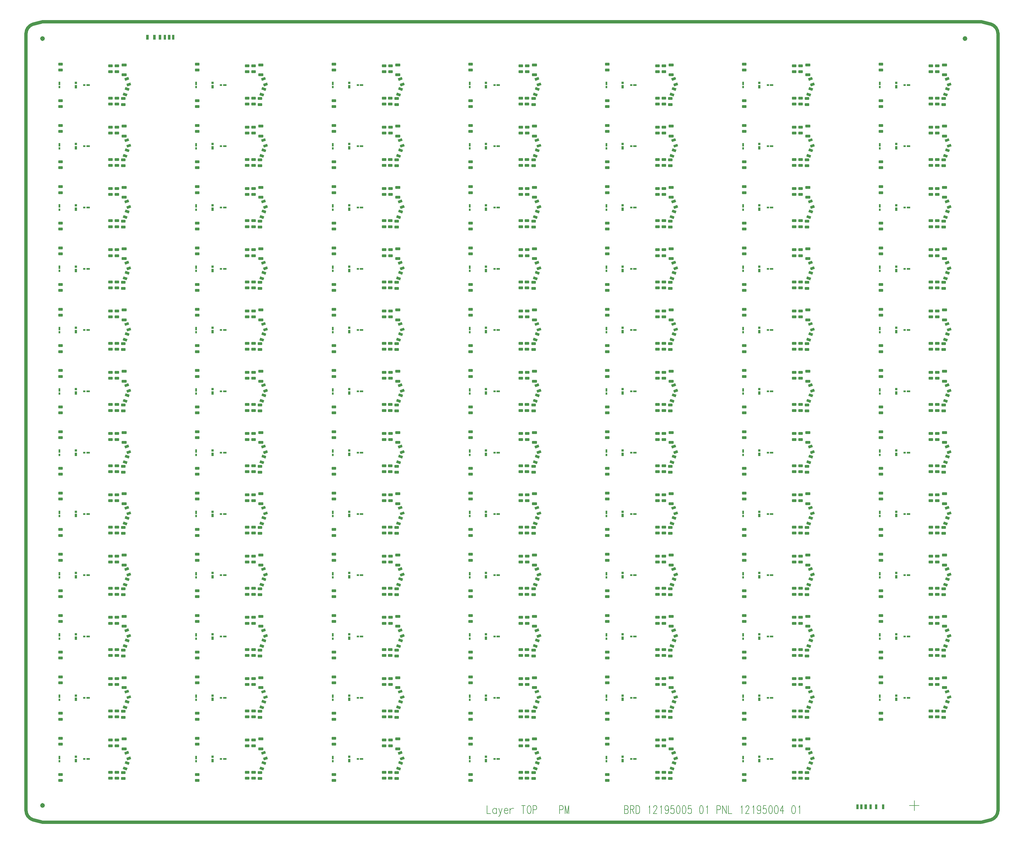
<source format=gbr>
*
G04 Job   : N:\Projects\taras004\P08330\C0161457\12195005_DAI_FH_2x_coding\Panel_12195004\12195004.pnl*
G04 User  : UA220006:taras004*
G04 Layer : SolderPasteTop.gbr*
G04 Date  : Wed Dec 04 12:12:33 2024*
G04 Expedition Layer: Solder Paste - Top*
%ICAS*%
%MOIN*%
%FSDAX24Y24*%
%OFA0.0000B0.0000*%
G90*
G74*
%AMVB_RCRECTANGLE*
$3=$3X2*
21,1,$1-$3,$2,0,0,0*
21,1,$1,$2-$3,0,0,0*
$1=$1/2*
$2=$2/2*
$3=$3/2*
$1=$1-$3*
$2=$2-$3*
1,1,$3X2,0-$1,0-$2*
1,1,$3X2,0-$1,$2*
1,1,$3X2,$1,$2*
1,1,$3X2,$1,0-$2*
%
%ADD11C,0.00787*%
%ADD10C,0.03937*%
%ADD16VB_RCRECTANGLE,0.02756X0.01969X0.00197*%
%ADD18VB_RCRECTANGLE,0.01969X0.02756X0.00197*%
%ADD12VB_RCRECTANGLE,0.02362X0.02953X0.00197*%
%ADD15VB_RCRECTANGLE,0.04134X0.01969X0.00197*%
%ADD17VB_RCRECTANGLE,0.01969X0.04134X0.00197*%
%ADD13VB_RCRECTANGLE,0.02362X0.04331X0.00197*%
%ADD14VB_RCRECTANGLE,0.05118X0.03150X0.00197*%
%ADD19VB_RCRECTANGLE,0.05906X0.03150X0.00197*%
G01*
G36*
X-104213Y-000283D02*
Y-000039D01*
X-104456*
G02X-104459Y000000I000283J000039*
X-104173Y000285I000286*
X-104134Y000283J000285*
G01Y000039*
X-103891*
G02X-103888Y000000I000282J000039*
X-104173Y-000285I000285*
X-104213Y-000283J000285*
G01Y000283D02*
Y000039D01*
X-104456*
G03X-104459Y000000I000283J000039*
X-104173Y-000285I000286*
X-104134Y-000283J000285*
G01Y-000039*
X-103891*
G03X-103888Y000000I000282J000039*
X-104173Y000285I000285*
X-104213Y000283J000285*
G01Y091371D02*
Y091614D01*
X-104456*
G02X-104459Y091654I000283J000040*
X-104173Y091939I000286*
X-104134Y091936J000285*
G01Y091693*
X-103891*
G02X-103888Y091654I000282J000039*
X-104173Y091368I000285*
X-104213Y091371J000286*
G01Y091936D02*
Y091693D01*
X-104456*
G03X-104459Y091654I000283J000039*
X-104173Y091368I000286*
X-104134Y091371J000286*
G01Y091614*
X-103891*
G03X-103888Y091654I000282J000040*
X-104173Y091939I000285*
X-104213Y091936J000285*
G01X-094497Y004628D02*
G02X-094479Y004641I000018J000007D01*
X-094472Y004640J000020*
G01X-094028Y004478*
G02X-094015Y004460I000007J000018*
X-094016Y004453I000020*
G01X-094111Y004194*
G02X-094129Y004181I000018J000007*
X-094136Y004182J000020*
G01X-094580Y004344*
G02X-094593Y004362I000007J000018*
X-094592Y004369I000020*
G01X-094497Y004628*
Y011951D02*
G02X-094479Y011964I000018J000007D01*
X-094472Y011963J000020*
G01X-094028Y011801*
G02X-094015Y011783I000007J000018*
X-094016Y011776I000020*
G01X-094111Y011517*
G02X-094129Y011504I000018J000007*
X-094136Y011505J000020*
G01X-094580Y011667*
G02X-094593Y011685I000007J000018*
X-094592Y011692I000020*
G01X-094497Y011951*
Y019274D02*
G02X-094479Y019287I000018J000007D01*
X-094472Y019286J000020*
G01X-094028Y019124*
G02X-094015Y019105I000007J000019*
X-094016Y019099I000020*
G01X-094111Y018840*
G02X-094129Y018827I000018J000007*
X-094136Y018828J000020*
G01X-094580Y018990*
G02X-094593Y019008I000007J000018*
X-094592Y019015I000020*
G01X-094497Y019274*
Y026597D02*
G02X-094479Y026610I000018J000007D01*
X-094472Y026608J000020*
G01X-094028Y026447*
G02X-094015Y026428I000007J000019*
X-094016Y026422I000020*
G01X-094111Y026163*
G02X-094129Y026150I000018J000006*
X-094136Y026151J000019*
G01X-094580Y026312*
G02X-094593Y026331I000007J000019*
X-094592Y026338I000020*
G01X-094497Y026597*
Y033919D02*
G02X-094479Y033932I000018J000006D01*
X-094472Y033931J000019*
G01X-094028Y033770*
G02X-094015Y033751I000007J000019*
X-094016Y033744I000020*
G01X-094111Y033485*
G02X-094129Y033473I000018J000007*
X-094136Y033474J000019*
G01X-094580Y033635*
G02X-094593Y033654I000007J000019*
X-094592Y033661I000020*
G01X-094497Y033919*
Y041242D02*
G02X-094479Y041255I000018J000006D01*
X-094472Y041254J000019*
G01X-094028Y041092*
G02X-094015Y041074I000007J000018*
X-094016Y041067I000020*
G01X-094111Y040808*
G02X-094129Y040795I000018J000007*
X-094136Y040797J000020*
G01X-094580Y040958*
G02X-094593Y040977I000007J000019*
X-094592Y040983I000020*
G01X-094497Y041242*
Y048565D02*
G02X-094479Y048578I000018J000007D01*
X-094472Y048577J000020*
G01X-094028Y048415*
G02X-094015Y048397I000007J000018*
X-094016Y048390I000020*
G01X-094111Y048131*
G02X-094129Y048118I000018J000007*
X-094136Y048119J000020*
G01X-094580Y048281*
G02X-094593Y048299I000007J000018*
X-094592Y048306I000020*
G01X-094497Y048565*
Y055888D02*
G02X-094479Y055901I000018J000007D01*
X-094472Y055900J000020*
G01X-094028Y055738*
G02X-094015Y055720I000007J000018*
X-094016Y055713I000020*
G01X-094111Y055454*
G02X-094129Y055441I000018J000007*
X-094136Y055442J000020*
G01X-094580Y055604*
G02X-094593Y055622I000007J000018*
X-094592Y055629I000020*
G01X-094497Y055888*
Y063211D02*
G02X-094479Y063224I000018J000007D01*
X-094472Y063223J000020*
G01X-094028Y063061*
G02X-094015Y063043I000007J000018*
X-094016Y063036I000020*
G01X-094111Y062777*
G02X-094129Y062764I000018J000007*
X-094136Y062765J000020*
G01X-094580Y062927*
G02X-094593Y062945I000007J000018*
X-094592Y062952I000020*
G01X-094497Y063211*
Y070534D02*
G02X-094479Y070547I000018J000007D01*
X-094472Y070545J000020*
G01X-094028Y070384*
G02X-094015Y070365I000007J000019*
X-094016Y070359I000020*
G01X-094111Y070100*
G02X-094129Y070087I000018J000006*
X-094136Y070088J000019*
G01X-094580Y070249*
G02X-094593Y070268I000007J000019*
X-094592Y070275I000020*
G01X-094497Y070534*
Y077856D02*
G02X-094479Y077869I000018J000006D01*
X-094472Y077868J000019*
G01X-094028Y077707*
G02X-094015Y077688I000007J000019*
X-094016Y077681I000020*
G01X-094111Y077422*
G02X-094129Y077410I000018J000007*
X-094136Y077411J000019*
G01X-094580Y077572*
G02X-094593Y077591I000007J000019*
X-094592Y077598I000020*
G01X-094497Y077856*
Y085179D02*
G02X-094479Y085192I000018J000006D01*
X-094472Y085191J000019*
G01X-094028Y085030*
G02X-094015Y085011I000007J000019*
X-094016Y085004I000020*
G01X-094111Y084745*
G02X-094129Y084732I000018J000007*
X-094136Y084734J000020*
G01X-094580Y084895*
G02X-094593Y084914I000007J000019*
X-094592Y084920I000020*
G01X-094497Y085179*
X-094255Y005294D02*
G02X-094237Y005307I000018J000007D01*
X-094230Y005306J000020*
G01X-093786Y005144*
G02X-093773Y005126I000007J000018*
X-093774Y005119I000020*
G01X-093868Y004860*
G02X-093887Y004847I000019J000007*
X-093894Y004848J000020*
G01X-094338Y005010*
G02X-094351Y005028I000007J000018*
X-094349Y005035I000020*
G01X-094255Y005294*
Y012617D02*
G02X-094237Y012630I000018J000007D01*
X-094230Y012629J000020*
G01X-093786Y012467*
G02X-093773Y012449I000007J000018*
X-093774Y012442I000020*
G01X-093868Y012183*
G02X-093887Y012170I000019J000007*
X-093894Y012171J000020*
G01X-094338Y012333*
G02X-094351Y012351I000007J000018*
X-094349Y012358I000020*
G01X-094255Y012617*
Y019940D02*
G02X-094237Y019953I000018J000007D01*
X-094230Y019952J000020*
G01X-093786Y019790*
G02X-093773Y019771I000007J000019*
X-093774Y019765I000020*
G01X-093868Y019506*
G02X-093887Y019493I000019J000006*
X-093894Y019494J000019*
G01X-094338Y019656*
G02X-094351Y019674I000007J000018*
X-094349Y019681I000020*
G01X-094255Y019940*
Y027263D02*
G02X-094237Y027276I000018J000007D01*
X-094230Y027274J000020*
G01X-093786Y027113*
G02X-093773Y027094I000007J000019*
X-093774Y027088I000020*
G01X-093868Y026829*
G02X-093887Y026816I000019J000006*
X-093894Y026817J000019*
G01X-094338Y026978*
G02X-094351Y026997I000007J000019*
X-094349Y027004I000020*
G01X-094255Y027263*
Y034585D02*
G02X-094237Y034598I000018J000006D01*
X-094230Y034597J000019*
G01X-093786Y034436*
G02X-093773Y034417I000007J000019*
X-093774Y034410I000020*
G01X-093868Y034151*
G02X-093887Y034138I000019J000007*
X-093894Y034140J000020*
G01X-094338Y034301*
G02X-094351Y034320I000007J000019*
X-094349Y034326I000020*
G01X-094255Y034585*
Y041908D02*
G02X-094237Y041921I000018J000006D01*
X-094230Y041920J000019*
G01X-093786Y041758*
G02X-093773Y041740I000007J000018*
X-093774Y041733I000020*
G01X-093868Y041474*
G02X-093887Y041461I000019J000007*
X-093894Y041462J000020*
G01X-094338Y041624*
G02X-094351Y041643I000007J000019*
X-094349Y041649I000020*
G01X-094255Y041908*
Y049231D02*
G02X-094237Y049244I000018J000007D01*
X-094230Y049243J000020*
G01X-093786Y049081*
G02X-093773Y049063I000007J000018*
X-093774Y049056I000020*
G01X-093868Y048797*
G02X-093887Y048784I000019J000007*
X-093894Y048785J000020*
G01X-094338Y048947*
G02X-094351Y048965I000007J000018*
X-094349Y048972I000020*
G01X-094255Y049231*
Y056554D02*
G02X-094237Y056567I000018J000007D01*
X-094230Y056566J000020*
G01X-093786Y056404*
G02X-093773Y056386I000007J000018*
X-093774Y056379I000020*
G01X-093868Y056120*
G02X-093887Y056107I000019J000007*
X-093894Y056108J000020*
G01X-094338Y056270*
G02X-094351Y056288I000007J000018*
X-094349Y056295I000020*
G01X-094255Y056554*
Y063877D02*
G02X-094237Y063890I000018J000007D01*
X-094230Y063889J000020*
G01X-093786Y063727*
G02X-093773Y063708I000007J000019*
X-093774Y063702I000020*
G01X-093868Y063443*
G02X-093887Y063430I000019J000006*
X-093894Y063431J000019*
G01X-094338Y063593*
G02X-094351Y063611I000007J000018*
X-094349Y063618I000020*
G01X-094255Y063877*
Y071200D02*
G02X-094237Y071213I000018J000007D01*
X-094230Y071211J000020*
G01X-093786Y071050*
G02X-093773Y071031I000007J000019*
X-093774Y071025I000020*
G01X-093868Y070766*
G02X-093887Y070753I000019J000006*
X-093894Y070754J000019*
G01X-094338Y070915*
G02X-094351Y070934I000007J000019*
X-094349Y070941I000020*
G01X-094255Y071200*
Y078522D02*
G02X-094237Y078535I000018J000006D01*
X-094230Y078534J000019*
G01X-093786Y078373*
G02X-093773Y078354I000007J000019*
X-093774Y078347I000020*
G01X-093868Y078088*
G02X-093887Y078075I000019J000007*
X-093894Y078077J000020*
G01X-094338Y078238*
G02X-094351Y078257I000007J000019*
X-094349Y078263I000020*
G01X-094255Y078522*
Y085845D02*
G02X-094237Y085858I000018J000006D01*
X-094230Y085857J000019*
G01X-093786Y085695*
G02X-093773Y085677I000007J000018*
X-093774Y085670I000020*
G01X-093868Y085411*
G02X-093887Y085398I000019J000007*
X-093894Y085399J000020*
G01X-094338Y085561*
G02X-094351Y085580I000007J000019*
X-094349Y085586I000020*
G01X-094255Y085845*
X-093820Y006242D02*
G02X-093818Y006235I000018J000007D01*
X-093831Y006217I000020*
G01X-094275Y006055*
G02X-094282Y006054I000007J000018*
X-094301Y006067J000019*
G01X-094395Y006326*
G02X-094396Y006332I000019J000006*
X-094383Y006351I000020*
G01X-093939Y006513*
G02X-093932Y006514I000007J000019*
X-093914Y006501J000020*
G01X-093820Y006242*
Y013565D02*
G02X-093818Y013558I000018J000007D01*
X-093831Y013539I000020*
G01X-094275Y013378*
G02X-094282Y013377I000007J000018*
X-094301Y013390J000019*
G01X-094395Y013649*
G02X-094396Y013655I000019J000006*
X-094383Y013674I000020*
G01X-093939Y013835*
G02X-093932Y013837I000007J000018*
X-093914Y013824J000020*
G01X-093820Y013565*
Y020887D02*
G02X-093818Y020881I000018J000006D01*
X-093831Y020862I000020*
G01X-094275Y020701*
G02X-094282Y020699I000007J000018*
X-094301Y020712J000020*
G01X-094395Y020971*
G02X-094396Y020978I000019J000007*
X-094383Y020997I000020*
G01X-093939Y021158*
G02X-093932Y021159I000007J000018*
X-093914Y021146J000019*
G01X-093820Y020887*
Y028210D02*
G02X-093818Y028204I000018J000006D01*
X-093831Y028185I000020*
G01X-094275Y028023*
G02X-094282Y028022I000007J000019*
X-094301Y028035J000020*
G01X-094395Y028294*
G02X-094396Y028301I000019J000007*
X-094383Y028319I000020*
G01X-093939Y028481*
G02X-093932Y028482I000007J000018*
X-093914Y028469J000019*
G01X-093820Y028210*
Y035533D02*
G02X-093818Y035526I000018J000007D01*
X-093831Y035508I000020*
G01X-094275Y035346*
G02X-094282Y035345I000007J000019*
X-094301Y035358J000020*
G01X-094395Y035617*
G02X-094396Y035624I000019J000007*
X-094383Y035642I000020*
G01X-093939Y035804*
G02X-093932Y035805I000007J000019*
X-093914Y035792J000020*
G01X-093820Y035533*
Y042856D02*
G02X-093818Y042849I000018J000007D01*
X-093831Y042831I000020*
G01X-094275Y042669*
G02X-094282Y042668I000007J000019*
X-094301Y042681J000020*
G01X-094395Y042940*
G02X-094396Y042947I000019J000007*
X-094383Y042965I000020*
G01X-093939Y043127*
G02X-093932Y043128I000007J000019*
X-093914Y043115J000020*
G01X-093820Y042856*
Y050179D02*
G02X-093818Y050172I000018J000007D01*
X-093831Y050154I000020*
G01X-094275Y049992*
G02X-094282Y049991I000007J000018*
X-094301Y050004J000019*
G01X-094395Y050263*
G02X-094396Y050269I000019J000006*
X-094383Y050288I000020*
G01X-093939Y050450*
G02X-093932Y050451I000007J000019*
X-093914Y050438J000020*
G01X-093820Y050179*
Y057502D02*
G02X-093818Y057495I000018J000007D01*
X-093831Y057476I000020*
G01X-094275Y057315*
G02X-094282Y057314I000007J000018*
X-094301Y057327J000019*
G01X-094395Y057586*
G02X-094396Y057592I000019J000006*
X-094383Y057611I000020*
G01X-093939Y057772*
G02X-093932Y057774I000007J000018*
X-093914Y057761J000020*
G01X-093820Y057502*
Y064824D02*
G02X-093818Y064818I000018J000006D01*
X-093831Y064799I000020*
G01X-094275Y064638*
G02X-094282Y064636I000007J000018*
X-094301Y064649J000020*
G01X-094395Y064908*
G02X-094396Y064915I000019J000007*
X-094383Y064934I000020*
G01X-093939Y065095*
G02X-093932Y065096I000007J000018*
X-093914Y065083J000019*
G01X-093820Y064824*
Y072147D02*
G02X-093818Y072141I000018J000006D01*
X-093831Y072122I000020*
G01X-094275Y071960*
G02X-094282Y071959I000007J000019*
X-094301Y071972J000020*
G01X-094395Y072231*
G02X-094396Y072238I000019J000007*
X-094383Y072256I000020*
G01X-093939Y072418*
G02X-093932Y072419I000007J000018*
X-093914Y072406J000019*
G01X-093820Y072147*
Y079470D02*
G02X-093818Y079463I000018J000007D01*
X-093831Y079445I000020*
G01X-094275Y079283*
G02X-094282Y079282I000007J000019*
X-094301Y079295J000020*
G01X-094395Y079554*
G02X-094396Y079561I000019J000007*
X-094383Y079579I000020*
G01X-093939Y079741*
G02X-093932Y079742I000007J000019*
X-093914Y079729J000020*
G01X-093820Y079470*
Y086793D02*
G02X-093818Y086786I000018J000007D01*
X-093831Y086768I000020*
G01X-094275Y086606*
G02X-094282Y086605I000007J000019*
X-094301Y086618J000020*
G01X-094395Y086877*
G02X-094396Y086884I000019J000007*
X-094383Y086902I000020*
G01X-093939Y087064*
G02X-093932Y087065I000007J000019*
X-093914Y087052J000020*
G01X-093820Y086793*
X-093577Y005576D02*
G02X-093576Y005569I000019J000007D01*
X-093589Y005551I000020*
G01X-094033Y005389*
G02X-094040Y005388I000007J000019*
X-094058Y005401J000020*
G01X-094152Y005660*
G02X-094154Y005667I000018J000007*
X-094141Y005685I000020*
G01X-093697Y005847*
G02X-093690Y005848I000007J000019*
X-093672Y005835J000020*
G01X-093577Y005576*
Y012899D02*
G02X-093576Y012892I000019J000007D01*
X-093589Y012873I000020*
G01X-094033Y012712*
G02X-094040Y012711I000007J000018*
X-094058Y012724J000019*
G01X-094152Y012983*
G02X-094154Y012989I000018J000006*
X-094141Y013008I000020*
G01X-093697Y013169*
G02X-093690Y013171I000007J000018*
X-093672Y013158J000020*
G01X-093577Y012899*
Y020222D02*
G02X-093576Y020215I000019J000007D01*
X-093589Y020196I000020*
G01X-094033Y020035*
G02X-094040Y020034I000007J000018*
X-094058Y020046J000019*
G01X-094152Y020305*
G02X-094154Y020312I000018J000007*
X-094141Y020331I000020*
G01X-093697Y020492*
G02X-093690Y020493I000007J000018*
X-093672Y020481J000019*
G01X-093577Y020222*
Y027544D02*
G02X-093576Y027538I000019J000006D01*
X-093589Y027519I000020*
G01X-094033Y027358*
G02X-094040Y027356I000007J000018*
X-094058Y027369J000020*
G01X-094152Y027628*
G02X-094154Y027635I000018J000007*
X-094141Y027654I000020*
G01X-093697Y027815*
G02X-093690Y027816I000007J000018*
X-093672Y027803J000019*
G01X-093577Y027544*
Y034867D02*
G02X-093576Y034860I000019J000007D01*
X-093589Y034842I000020*
G01X-094033Y034680*
G02X-094040Y034679I000007J000019*
X-094058Y034692J000020*
G01X-094152Y034951*
G02X-094154Y034958I000018J000007*
X-094141Y034976I000020*
G01X-093697Y035138*
G02X-093690Y035139I000007J000019*
X-093672Y035126J000020*
G01X-093577Y034867*
Y042190D02*
G02X-093576Y042183I000019J000007D01*
X-093589Y042165I000020*
G01X-094033Y042003*
G02X-094040Y042002I000007J000019*
X-094058Y042015J000020*
G01X-094152Y042274*
G02X-094154Y042281I000018J000007*
X-094141Y042299I000020*
G01X-093697Y042461*
G02X-093690Y042462I000007J000019*
X-093672Y042449J000020*
G01X-093577Y042190*
Y049513D02*
G02X-093576Y049506I000019J000007D01*
X-093589Y049488I000020*
G01X-094033Y049326*
G02X-094040Y049325I000007J000019*
X-094058Y049338J000020*
G01X-094152Y049597*
G02X-094154Y049604I000018J000007*
X-094141Y049622I000020*
G01X-093697Y049784*
G02X-093690Y049785I000007J000019*
X-093672Y049772J000020*
G01X-093577Y049513*
Y056836D02*
G02X-093576Y056829I000019J000007D01*
X-093589Y056810I000020*
G01X-094033Y056649*
G02X-094040Y056648I000007J000018*
X-094058Y056661J000019*
G01X-094152Y056920*
G02X-094154Y056926I000018J000006*
X-094141Y056945I000020*
G01X-093697Y057106*
G02X-093690Y057108I000007J000018*
X-093672Y057095J000020*
G01X-093577Y056836*
Y064159D02*
G02X-093576Y064152I000019J000007D01*
X-093589Y064133I000020*
G01X-094033Y063972*
G02X-094040Y063971I000007J000018*
X-094058Y063983J000019*
G01X-094152Y064242*
G02X-094154Y064249I000018J000007*
X-094141Y064268I000020*
G01X-093697Y064429*
G02X-093690Y064430I000007J000018*
X-093672Y064418J000019*
G01X-093577Y064159*
Y071481D02*
G02X-093576Y071475I000019J000006D01*
X-093589Y071456I000020*
G01X-094033Y071295*
G02X-094040Y071293I000007J000018*
X-094058Y071306J000020*
G01X-094152Y071565*
G02X-094154Y071572I000018J000007*
X-094141Y071591I000020*
G01X-093697Y071752*
G02X-093690Y071753I000007J000018*
X-093672Y071740J000019*
G01X-093577Y071481*
Y078804D02*
G02X-093576Y078797I000019J000007D01*
X-093589Y078779I000020*
G01X-094033Y078617*
G02X-094040Y078616I000007J000019*
X-094058Y078629J000020*
G01X-094152Y078888*
G02X-094154Y078895I000018J000007*
X-094141Y078913I000020*
G01X-093697Y079075*
G02X-093690Y079076I000007J000019*
X-093672Y079063J000020*
G01X-093577Y078804*
Y086127D02*
G02X-093576Y086120I000019J000007D01*
X-093589Y086102I000020*
G01X-094033Y085940*
G02X-094040Y085939I000007J000019*
X-094058Y085952J000020*
G01X-094152Y086211*
G02X-094154Y086218I000018J000007*
X-094141Y086236I000020*
G01X-093697Y086398*
G02X-093690Y086399I000007J000019*
X-093672Y086386J000020*
G01X-093577Y086127*
X-091772Y091535D02*
X-091496D01*
Y092087*
X-091772*
Y091535*
X-090945D02*
X-090669D01*
Y092087*
X-090945*
Y091535*
X-090276D02*
X-090000D01*
Y092087*
X-090276*
Y091535*
X-089685D02*
X-089409D01*
Y092087*
X-089685*
Y091535*
X-089173D02*
X-088898D01*
Y092087*
X-089173*
Y091535*
X-088701D02*
X-088425D01*
Y092087*
X-088701*
Y091535*
X-078159Y004628D02*
G02X-078140Y004641I000019J000007D01*
X-078134Y004640J000020*
G01X-077690Y004478*
G02X-077677Y004460I000006J000018*
X-077678Y004453I000019*
G01X-077772Y004194*
G02X-077791Y004181I000019J000007*
X-077797Y004182J000020*
G01X-078241Y004344*
G02X-078254Y004362I000006J000018*
X-078253Y004369I000019*
G01X-078159Y004628*
Y011951D02*
G02X-078140Y011964I000019J000007D01*
X-078134Y011963J000020*
G01X-077690Y011801*
G02X-077677Y011783I000006J000018*
X-077678Y011776I000019*
G01X-077772Y011517*
G02X-077791Y011504I000019J000007*
X-077797Y011505J000020*
G01X-078241Y011667*
G02X-078254Y011685I000006J000018*
X-078253Y011692I000019*
G01X-078159Y011951*
Y019274D02*
G02X-078140Y019287I000019J000007D01*
X-078134Y019286J000020*
G01X-077690Y019124*
G02X-077677Y019105I000006J000019*
X-077678Y019099I000019*
G01X-077772Y018840*
G02X-077791Y018827I000019J000007*
X-077797Y018828J000020*
G01X-078241Y018990*
G02X-078254Y019008I000006J000018*
X-078253Y019015I000019*
G01X-078159Y019274*
Y026597D02*
G02X-078140Y026610I000019J000007D01*
X-078134Y026608J000020*
G01X-077690Y026447*
G02X-077677Y026428I000006J000019*
X-077678Y026422I000019*
G01X-077772Y026163*
G02X-077791Y026150I000019J000006*
X-077797Y026151J000019*
G01X-078241Y026312*
G02X-078254Y026331I000006J000019*
X-078253Y026338I000019*
G01X-078159Y026597*
Y033919D02*
G02X-078140Y033932I000019J000006D01*
X-078134Y033931J000019*
G01X-077690Y033770*
G02X-077677Y033751I000006J000019*
X-077678Y033744I000019*
G01X-077772Y033485*
G02X-077791Y033473I000019J000007*
X-077797Y033474J000019*
G01X-078241Y033635*
G02X-078254Y033654I000006J000019*
X-078253Y033661I000019*
G01X-078159Y033919*
Y041242D02*
G02X-078140Y041255I000019J000006D01*
X-078134Y041254J000019*
G01X-077690Y041092*
G02X-077677Y041074I000006J000018*
X-077678Y041067I000019*
G01X-077772Y040808*
G02X-077791Y040795I000019J000007*
X-077797Y040797J000020*
G01X-078241Y040958*
G02X-078254Y040977I000006J000019*
X-078253Y040983I000019*
G01X-078159Y041242*
Y048565D02*
G02X-078140Y048578I000019J000007D01*
X-078134Y048577J000020*
G01X-077690Y048415*
G02X-077677Y048397I000006J000018*
X-077678Y048390I000019*
G01X-077772Y048131*
G02X-077791Y048118I000019J000007*
X-077797Y048119J000020*
G01X-078241Y048281*
G02X-078254Y048299I000006J000018*
X-078253Y048306I000019*
G01X-078159Y048565*
Y055888D02*
G02X-078140Y055901I000019J000007D01*
X-078134Y055900J000020*
G01X-077690Y055738*
G02X-077677Y055720I000006J000018*
X-077678Y055713I000019*
G01X-077772Y055454*
G02X-077791Y055441I000019J000007*
X-077797Y055442J000020*
G01X-078241Y055604*
G02X-078254Y055622I000006J000018*
X-078253Y055629I000019*
G01X-078159Y055888*
Y063211D02*
G02X-078140Y063224I000019J000007D01*
X-078134Y063223J000020*
G01X-077690Y063061*
G02X-077677Y063043I000006J000018*
X-077678Y063036I000019*
G01X-077772Y062777*
G02X-077791Y062764I000019J000007*
X-077797Y062765J000020*
G01X-078241Y062927*
G02X-078254Y062945I000006J000018*
X-078253Y062952I000019*
G01X-078159Y063211*
Y070534D02*
G02X-078140Y070547I000019J000007D01*
X-078134Y070545J000020*
G01X-077690Y070384*
G02X-077677Y070365I000006J000019*
X-077678Y070359I000019*
G01X-077772Y070100*
G02X-077791Y070087I000019J000006*
X-077797Y070088J000019*
G01X-078241Y070249*
G02X-078254Y070268I000006J000019*
X-078253Y070275I000019*
G01X-078159Y070534*
Y077856D02*
G02X-078140Y077869I000019J000006D01*
X-078134Y077868J000019*
G01X-077690Y077707*
G02X-077677Y077688I000006J000019*
X-077678Y077681I000019*
G01X-077772Y077422*
G02X-077791Y077410I000019J000007*
X-077797Y077411J000019*
G01X-078241Y077572*
G02X-078254Y077591I000006J000019*
X-078253Y077598I000019*
G01X-078159Y077856*
Y085179D02*
G02X-078140Y085192I000019J000006D01*
X-078134Y085191J000019*
G01X-077690Y085030*
G02X-077677Y085011I000006J000019*
X-077678Y085004I000019*
G01X-077772Y084745*
G02X-077791Y084732I000019J000007*
X-077797Y084734J000020*
G01X-078241Y084895*
G02X-078254Y084914I000006J000019*
X-078253Y084920I000019*
G01X-078159Y085179*
X-077916Y005294D02*
G02X-077898Y005307I000018J000007D01*
X-077891Y005306J000020*
G01X-077447Y005144*
G02X-077434Y005126I000007J000018*
X-077436Y005119I000020*
G01X-077530Y004860*
G02X-077548Y004847I000018J000007*
X-077555Y004848J000020*
G01X-077999Y005010*
G02X-078012Y005028I000007J000018*
X-078011Y005035I000020*
G01X-077916Y005294*
Y012617D02*
G02X-077898Y012630I000018J000007D01*
X-077891Y012629J000020*
G01X-077447Y012467*
G02X-077434Y012449I000007J000018*
X-077436Y012442I000020*
G01X-077530Y012183*
G02X-077548Y012170I000018J000007*
X-077555Y012171J000020*
G01X-077999Y012333*
G02X-078012Y012351I000007J000018*
X-078011Y012358I000020*
G01X-077916Y012617*
Y019940D02*
G02X-077898Y019953I000018J000007D01*
X-077891Y019952J000020*
G01X-077447Y019790*
G02X-077434Y019771I000007J000019*
X-077436Y019765I000020*
G01X-077530Y019506*
G02X-077548Y019493I000018J000006*
X-077555Y019494J000019*
G01X-077999Y019656*
G02X-078012Y019674I000007J000018*
X-078011Y019681I000020*
G01X-077916Y019940*
Y027263D02*
G02X-077898Y027276I000018J000007D01*
X-077891Y027274J000020*
G01X-077447Y027113*
G02X-077434Y027094I000007J000019*
X-077436Y027088I000020*
G01X-077530Y026829*
G02X-077548Y026816I000018J000006*
X-077555Y026817J000019*
G01X-077999Y026978*
G02X-078012Y026997I000007J000019*
X-078011Y027004I000020*
G01X-077916Y027263*
Y034585D02*
G02X-077898Y034598I000018J000006D01*
X-077891Y034597J000019*
G01X-077447Y034436*
G02X-077434Y034417I000007J000019*
X-077436Y034410I000020*
G01X-077530Y034151*
G02X-077548Y034138I000018J000007*
X-077555Y034140J000020*
G01X-077999Y034301*
G02X-078012Y034320I000007J000019*
X-078011Y034326I000020*
G01X-077916Y034585*
Y041908D02*
G02X-077898Y041921I000018J000006D01*
X-077891Y041920J000019*
G01X-077447Y041758*
G02X-077434Y041740I000007J000018*
X-077436Y041733I000020*
G01X-077530Y041474*
G02X-077548Y041461I000018J000007*
X-077555Y041462J000020*
G01X-077999Y041624*
G02X-078012Y041643I000007J000019*
X-078011Y041649I000020*
G01X-077916Y041908*
Y049231D02*
G02X-077898Y049244I000018J000007D01*
X-077891Y049243J000020*
G01X-077447Y049081*
G02X-077434Y049063I000007J000018*
X-077436Y049056I000020*
G01X-077530Y048797*
G02X-077548Y048784I000018J000007*
X-077555Y048785J000020*
G01X-077999Y048947*
G02X-078012Y048965I000007J000018*
X-078011Y048972I000020*
G01X-077916Y049231*
Y056554D02*
G02X-077898Y056567I000018J000007D01*
X-077891Y056566J000020*
G01X-077447Y056404*
G02X-077434Y056386I000007J000018*
X-077436Y056379I000020*
G01X-077530Y056120*
G02X-077548Y056107I000018J000007*
X-077555Y056108J000020*
G01X-077999Y056270*
G02X-078012Y056288I000007J000018*
X-078011Y056295I000020*
G01X-077916Y056554*
Y063877D02*
G02X-077898Y063890I000018J000007D01*
X-077891Y063889J000020*
G01X-077447Y063727*
G02X-077434Y063708I000007J000019*
X-077436Y063702I000020*
G01X-077530Y063443*
G02X-077548Y063430I000018J000006*
X-077555Y063431J000019*
G01X-077999Y063593*
G02X-078012Y063611I000007J000018*
X-078011Y063618I000020*
G01X-077916Y063877*
Y071200D02*
G02X-077898Y071213I000018J000007D01*
X-077891Y071211J000020*
G01X-077447Y071050*
G02X-077434Y071031I000007J000019*
X-077436Y071025I000020*
G01X-077530Y070766*
G02X-077548Y070753I000018J000006*
X-077555Y070754J000019*
G01X-077999Y070915*
G02X-078012Y070934I000007J000019*
X-078011Y070941I000020*
G01X-077916Y071200*
Y078522D02*
G02X-077898Y078535I000018J000006D01*
X-077891Y078534J000019*
G01X-077447Y078373*
G02X-077434Y078354I000007J000019*
X-077436Y078347I000020*
G01X-077530Y078088*
G02X-077548Y078075I000018J000007*
X-077555Y078077J000020*
G01X-077999Y078238*
G02X-078012Y078257I000007J000019*
X-078011Y078263I000020*
G01X-077916Y078522*
Y085845D02*
G02X-077898Y085858I000018J000006D01*
X-077891Y085857J000019*
G01X-077447Y085695*
G02X-077434Y085677I000007J000018*
X-077436Y085670I000020*
G01X-077530Y085411*
G02X-077548Y085398I000018J000007*
X-077555Y085399J000020*
G01X-077999Y085561*
G02X-078012Y085580I000007J000019*
X-078011Y085586I000020*
G01X-077916Y085845*
X-077481Y006242D02*
G02X-077480Y006235I000019J000007D01*
X-077493Y006217I000020*
G01X-077937Y006055*
G02X-077944Y006054I000007J000018*
X-077962Y006067J000019*
G01X-078056Y006326*
G02X-078057Y006332I000018J000006*
X-078044Y006351I000019*
G01X-077601Y006513*
G02X-077594Y006514I000007J000019*
X-077575Y006501J000020*
G01X-077481Y006242*
Y013565D02*
G02X-077480Y013558I000019J000007D01*
X-077493Y013539I000020*
G01X-077937Y013378*
G02X-077944Y013377I000007J000018*
X-077962Y013390J000019*
G01X-078056Y013649*
G02X-078057Y013655I000018J000006*
X-078044Y013674I000019*
G01X-077601Y013835*
G02X-077594Y013837I000007J000018*
X-077575Y013824J000020*
G01X-077481Y013565*
Y020887D02*
G02X-077480Y020881I000019J000006D01*
X-077493Y020862I000020*
G01X-077937Y020701*
G02X-077944Y020699I000007J000018*
X-077962Y020712J000020*
G01X-078056Y020971*
G02X-078057Y020978I000018J000007*
X-078044Y020997I000019*
G01X-077601Y021158*
G02X-077594Y021159I000007J000018*
X-077575Y021146J000019*
G01X-077481Y020887*
Y028210D02*
G02X-077480Y028204I000019J000006D01*
X-077493Y028185I000020*
G01X-077937Y028023*
G02X-077944Y028022I000007J000019*
X-077962Y028035J000020*
G01X-078056Y028294*
G02X-078057Y028301I000018J000007*
X-078044Y028319I000019*
G01X-077601Y028481*
G02X-077594Y028482I000007J000018*
X-077575Y028469J000019*
G01X-077481Y028210*
Y035533D02*
G02X-077480Y035526I000019J000007D01*
X-077493Y035508I000020*
G01X-077937Y035346*
G02X-077944Y035345I000007J000019*
X-077962Y035358J000020*
G01X-078056Y035617*
G02X-078057Y035624I000018J000007*
X-078044Y035642I000019*
G01X-077601Y035804*
G02X-077594Y035805I000007J000019*
X-077575Y035792J000020*
G01X-077481Y035533*
Y042856D02*
G02X-077480Y042849I000019J000007D01*
X-077493Y042831I000020*
G01X-077937Y042669*
G02X-077944Y042668I000007J000019*
X-077962Y042681J000020*
G01X-078056Y042940*
G02X-078057Y042947I000018J000007*
X-078044Y042965I000019*
G01X-077601Y043127*
G02X-077594Y043128I000007J000019*
X-077575Y043115J000020*
G01X-077481Y042856*
Y050179D02*
G02X-077480Y050172I000019J000007D01*
X-077493Y050154I000020*
G01X-077937Y049992*
G02X-077944Y049991I000007J000018*
X-077962Y050004J000019*
G01X-078056Y050263*
G02X-078057Y050269I000018J000006*
X-078044Y050288I000019*
G01X-077601Y050450*
G02X-077594Y050451I000007J000019*
X-077575Y050438J000020*
G01X-077481Y050179*
Y057502D02*
G02X-077480Y057495I000019J000007D01*
X-077493Y057476I000020*
G01X-077937Y057315*
G02X-077944Y057314I000007J000018*
X-077962Y057327J000019*
G01X-078056Y057586*
G02X-078057Y057592I000018J000006*
X-078044Y057611I000019*
G01X-077601Y057772*
G02X-077594Y057774I000007J000018*
X-077575Y057761J000020*
G01X-077481Y057502*
Y064824D02*
G02X-077480Y064818I000019J000006D01*
X-077493Y064799I000020*
G01X-077937Y064638*
G02X-077944Y064636I000007J000018*
X-077962Y064649J000020*
G01X-078056Y064908*
G02X-078057Y064915I000018J000007*
X-078044Y064934I000019*
G01X-077601Y065095*
G02X-077594Y065096I000007J000018*
X-077575Y065083J000019*
G01X-077481Y064824*
Y072147D02*
G02X-077480Y072141I000019J000006D01*
X-077493Y072122I000020*
G01X-077937Y071960*
G02X-077944Y071959I000007J000019*
X-077962Y071972J000020*
G01X-078056Y072231*
G02X-078057Y072238I000018J000007*
X-078044Y072256I000019*
G01X-077601Y072418*
G02X-077594Y072419I000007J000018*
X-077575Y072406J000019*
G01X-077481Y072147*
Y079470D02*
G02X-077480Y079463I000019J000007D01*
X-077493Y079445I000020*
G01X-077937Y079283*
G02X-077944Y079282I000007J000019*
X-077962Y079295J000020*
G01X-078056Y079554*
G02X-078057Y079561I000018J000007*
X-078044Y079579I000019*
G01X-077601Y079741*
G02X-077594Y079742I000007J000019*
X-077575Y079729J000020*
G01X-077481Y079470*
Y086793D02*
G02X-077480Y086786I000019J000007D01*
X-077493Y086768I000020*
G01X-077937Y086606*
G02X-077944Y086605I000007J000019*
X-077962Y086618J000020*
G01X-078056Y086877*
G02X-078057Y086884I000018J000007*
X-078044Y086902I000019*
G01X-077601Y087064*
G02X-077594Y087065I000007J000019*
X-077575Y087052J000020*
G01X-077481Y086793*
X-077239Y005576D02*
G02X-077237Y005569I000018J000007D01*
X-077250Y005551I000020*
G01X-077694Y005389*
G02X-077701Y005388I000007J000019*
X-077720Y005401J000020*
G01X-077814Y005660*
G02X-077815Y005667I000019J000007*
X-077802Y005685I000020*
G01X-077358Y005847*
G02X-077351Y005848I000007J000019*
X-077333Y005835J000020*
G01X-077239Y005576*
Y012899D02*
G02X-077237Y012892I000018J000007D01*
X-077250Y012873I000020*
G01X-077694Y012712*
G02X-077701Y012711I000007J000018*
X-077720Y012724J000019*
G01X-077814Y012983*
G02X-077815Y012989I000019J000006*
X-077802Y013008I000020*
G01X-077358Y013169*
G02X-077351Y013171I000007J000018*
X-077333Y013158J000020*
G01X-077239Y012899*
Y020222D02*
G02X-077237Y020215I000018J000007D01*
X-077250Y020196I000020*
G01X-077694Y020035*
G02X-077701Y020034I000007J000018*
X-077720Y020046J000019*
G01X-077814Y020305*
G02X-077815Y020312I000019J000007*
X-077802Y020331I000020*
G01X-077358Y020492*
G02X-077351Y020493I000007J000018*
X-077333Y020481J000019*
G01X-077239Y020222*
Y027544D02*
G02X-077237Y027538I000018J000006D01*
X-077250Y027519I000020*
G01X-077694Y027358*
G02X-077701Y027356I000007J000018*
X-077720Y027369J000020*
G01X-077814Y027628*
G02X-077815Y027635I000019J000007*
X-077802Y027654I000020*
G01X-077358Y027815*
G02X-077351Y027816I000007J000018*
X-077333Y027803J000019*
G01X-077239Y027544*
Y034867D02*
G02X-077237Y034860I000018J000007D01*
X-077250Y034842I000020*
G01X-077694Y034680*
G02X-077701Y034679I000007J000019*
X-077720Y034692J000020*
G01X-077814Y034951*
G02X-077815Y034958I000019J000007*
X-077802Y034976I000020*
G01X-077358Y035138*
G02X-077351Y035139I000007J000019*
X-077333Y035126J000020*
G01X-077239Y034867*
Y042190D02*
G02X-077237Y042183I000018J000007D01*
X-077250Y042165I000020*
G01X-077694Y042003*
G02X-077701Y042002I000007J000019*
X-077720Y042015J000020*
G01X-077814Y042274*
G02X-077815Y042281I000019J000007*
X-077802Y042299I000020*
G01X-077358Y042461*
G02X-077351Y042462I000007J000019*
X-077333Y042449J000020*
G01X-077239Y042190*
Y049513D02*
G02X-077237Y049506I000018J000007D01*
X-077250Y049488I000020*
G01X-077694Y049326*
G02X-077701Y049325I000007J000019*
X-077720Y049338J000020*
G01X-077814Y049597*
G02X-077815Y049604I000019J000007*
X-077802Y049622I000020*
G01X-077358Y049784*
G02X-077351Y049785I000007J000019*
X-077333Y049772J000020*
G01X-077239Y049513*
Y056836D02*
G02X-077237Y056829I000018J000007D01*
X-077250Y056810I000020*
G01X-077694Y056649*
G02X-077701Y056648I000007J000018*
X-077720Y056661J000019*
G01X-077814Y056920*
G02X-077815Y056926I000019J000006*
X-077802Y056945I000020*
G01X-077358Y057106*
G02X-077351Y057108I000007J000018*
X-077333Y057095J000020*
G01X-077239Y056836*
Y064159D02*
G02X-077237Y064152I000018J000007D01*
X-077250Y064133I000020*
G01X-077694Y063972*
G02X-077701Y063971I000007J000018*
X-077720Y063983J000019*
G01X-077814Y064242*
G02X-077815Y064249I000019J000007*
X-077802Y064268I000020*
G01X-077358Y064429*
G02X-077351Y064430I000007J000018*
X-077333Y064418J000019*
G01X-077239Y064159*
Y071481D02*
G02X-077237Y071475I000018J000006D01*
X-077250Y071456I000020*
G01X-077694Y071295*
G02X-077701Y071293I000007J000018*
X-077720Y071306J000020*
G01X-077814Y071565*
G02X-077815Y071572I000019J000007*
X-077802Y071591I000020*
G01X-077358Y071752*
G02X-077351Y071753I000007J000018*
X-077333Y071740J000019*
G01X-077239Y071481*
Y078804D02*
G02X-077237Y078797I000018J000007D01*
X-077250Y078779I000020*
G01X-077694Y078617*
G02X-077701Y078616I000007J000019*
X-077720Y078629J000020*
G01X-077814Y078888*
G02X-077815Y078895I000019J000007*
X-077802Y078913I000020*
G01X-077358Y079075*
G02X-077351Y079076I000007J000019*
X-077333Y079063J000020*
G01X-077239Y078804*
Y086127D02*
G02X-077237Y086120I000018J000007D01*
X-077250Y086102I000020*
G01X-077694Y085940*
G02X-077701Y085939I000007J000019*
X-077720Y085952J000020*
G01X-077814Y086211*
G02X-077815Y086218I000019J000007*
X-077802Y086236I000020*
G01X-077358Y086398*
G02X-077351Y086399I000007J000019*
X-077333Y086386J000020*
G01X-077239Y086127*
X-061820Y004628D02*
G02X-061802Y004641I000018J000007D01*
X-061795Y004640J000020*
G01X-061351Y004478*
G02X-061338Y004460I000007J000018*
X-061339Y004453I000020*
G01X-061434Y004194*
G02X-061452Y004181I000018J000007*
X-061459Y004182J000020*
G01X-061903Y004344*
G02X-061916Y004362I000007J000018*
X-061915Y004369I000020*
G01X-061820Y004628*
Y011951D02*
G02X-061802Y011964I000018J000007D01*
X-061795Y011963J000020*
G01X-061351Y011801*
G02X-061338Y011783I000007J000018*
X-061339Y011776I000020*
G01X-061434Y011517*
G02X-061452Y011504I000018J000007*
X-061459Y011505J000020*
G01X-061903Y011667*
G02X-061916Y011685I000007J000018*
X-061915Y011692I000020*
G01X-061820Y011951*
Y019274D02*
G02X-061802Y019287I000018J000007D01*
X-061795Y019286J000020*
G01X-061351Y019124*
G02X-061338Y019105I000007J000019*
X-061339Y019099I000020*
G01X-061434Y018840*
G02X-061452Y018827I000018J000007*
X-061459Y018828J000020*
G01X-061903Y018990*
G02X-061916Y019008I000007J000018*
X-061915Y019015I000020*
G01X-061820Y019274*
Y026597D02*
G02X-061802Y026610I000018J000007D01*
X-061795Y026608J000020*
G01X-061351Y026447*
G02X-061338Y026428I000007J000019*
X-061339Y026422I000020*
G01X-061434Y026163*
G02X-061452Y026150I000018J000006*
X-061459Y026151J000019*
G01X-061903Y026312*
G02X-061916Y026331I000007J000019*
X-061915Y026338I000020*
G01X-061820Y026597*
Y033919D02*
G02X-061802Y033932I000018J000006D01*
X-061795Y033931J000019*
G01X-061351Y033770*
G02X-061338Y033751I000007J000019*
X-061339Y033744I000020*
G01X-061434Y033485*
G02X-061452Y033473I000018J000007*
X-061459Y033474J000019*
G01X-061903Y033635*
G02X-061916Y033654I000007J000019*
X-061915Y033661I000020*
G01X-061820Y033919*
Y041242D02*
G02X-061802Y041255I000018J000006D01*
X-061795Y041254J000019*
G01X-061351Y041092*
G02X-061338Y041074I000007J000018*
X-061339Y041067I000020*
G01X-061434Y040808*
G02X-061452Y040795I000018J000007*
X-061459Y040797J000020*
G01X-061903Y040958*
G02X-061916Y040977I000007J000019*
X-061915Y040983I000020*
G01X-061820Y041242*
Y048565D02*
G02X-061802Y048578I000018J000007D01*
X-061795Y048577J000020*
G01X-061351Y048415*
G02X-061338Y048397I000007J000018*
X-061339Y048390I000020*
G01X-061434Y048131*
G02X-061452Y048118I000018J000007*
X-061459Y048119J000020*
G01X-061903Y048281*
G02X-061916Y048299I000007J000018*
X-061915Y048306I000020*
G01X-061820Y048565*
Y055888D02*
G02X-061802Y055901I000018J000007D01*
X-061795Y055900J000020*
G01X-061351Y055738*
G02X-061338Y055720I000007J000018*
X-061339Y055713I000020*
G01X-061434Y055454*
G02X-061452Y055441I000018J000007*
X-061459Y055442J000020*
G01X-061903Y055604*
G02X-061916Y055622I000007J000018*
X-061915Y055629I000020*
G01X-061820Y055888*
Y063211D02*
G02X-061802Y063224I000018J000007D01*
X-061795Y063223J000020*
G01X-061351Y063061*
G02X-061338Y063043I000007J000018*
X-061339Y063036I000020*
G01X-061434Y062777*
G02X-061452Y062764I000018J000007*
X-061459Y062765J000020*
G01X-061903Y062927*
G02X-061916Y062945I000007J000018*
X-061915Y062952I000020*
G01X-061820Y063211*
Y070534D02*
G02X-061802Y070547I000018J000007D01*
X-061795Y070545J000020*
G01X-061351Y070384*
G02X-061338Y070365I000007J000019*
X-061339Y070359I000020*
G01X-061434Y070100*
G02X-061452Y070087I000018J000006*
X-061459Y070088J000019*
G01X-061903Y070249*
G02X-061916Y070268I000007J000019*
X-061915Y070275I000020*
G01X-061820Y070534*
Y077856D02*
G02X-061802Y077869I000018J000006D01*
X-061795Y077868J000019*
G01X-061351Y077707*
G02X-061338Y077688I000007J000019*
X-061339Y077681I000020*
G01X-061434Y077422*
G02X-061452Y077410I000018J000007*
X-061459Y077411J000019*
G01X-061903Y077572*
G02X-061916Y077591I000007J000019*
X-061915Y077598I000020*
G01X-061820Y077856*
Y085179D02*
G02X-061802Y085192I000018J000006D01*
X-061795Y085191J000019*
G01X-061351Y085030*
G02X-061338Y085011I000007J000019*
X-061339Y085004I000020*
G01X-061434Y084745*
G02X-061452Y084732I000018J000007*
X-061459Y084734J000020*
G01X-061903Y084895*
G02X-061916Y084914I000007J000019*
X-061915Y084920I000020*
G01X-061820Y085179*
X-061578Y005294D02*
G02X-061559Y005307I000019J000007D01*
X-061553Y005306J000020*
G01X-061109Y005144*
G02X-061096Y005126I000006J000018*
X-061097Y005119I000019*
G01X-061191Y004860*
G02X-061210Y004847I000019J000007*
X-061216Y004848J000020*
G01X-061660Y005010*
G02X-061673Y005028I000006J000018*
X-061672Y005035I000019*
G01X-061578Y005294*
Y012617D02*
G02X-061559Y012630I000019J000007D01*
X-061553Y012629J000020*
G01X-061109Y012467*
G02X-061096Y012449I000006J000018*
X-061097Y012442I000019*
G01X-061191Y012183*
G02X-061210Y012170I000019J000007*
X-061216Y012171J000020*
G01X-061660Y012333*
G02X-061673Y012351I000006J000018*
X-061672Y012358I000019*
G01X-061578Y012617*
Y019940D02*
G02X-061559Y019953I000019J000007D01*
X-061553Y019952J000020*
G01X-061109Y019790*
G02X-061096Y019771I000006J000019*
X-061097Y019765I000019*
G01X-061191Y019506*
G02X-061210Y019493I000019J000006*
X-061216Y019494J000019*
G01X-061660Y019656*
G02X-061673Y019674I000006J000018*
X-061672Y019681I000019*
G01X-061578Y019940*
Y027263D02*
G02X-061559Y027276I000019J000007D01*
X-061553Y027274J000020*
G01X-061109Y027113*
G02X-061096Y027094I000006J000019*
X-061097Y027088I000019*
G01X-061191Y026829*
G02X-061210Y026816I000019J000006*
X-061216Y026817J000019*
G01X-061660Y026978*
G02X-061673Y026997I000006J000019*
X-061672Y027004I000019*
G01X-061578Y027263*
Y034585D02*
G02X-061559Y034598I000019J000006D01*
X-061553Y034597J000019*
G01X-061109Y034436*
G02X-061096Y034417I000006J000019*
X-061097Y034410I000019*
G01X-061191Y034151*
G02X-061210Y034138I000019J000007*
X-061216Y034140J000020*
G01X-061660Y034301*
G02X-061673Y034320I000006J000019*
X-061672Y034326I000019*
G01X-061578Y034585*
Y041908D02*
G02X-061559Y041921I000019J000006D01*
X-061553Y041920J000019*
G01X-061109Y041758*
G02X-061096Y041740I000006J000018*
X-061097Y041733I000019*
G01X-061191Y041474*
G02X-061210Y041461I000019J000007*
X-061216Y041462J000020*
G01X-061660Y041624*
G02X-061673Y041643I000006J000019*
X-061672Y041649I000019*
G01X-061578Y041908*
Y049231D02*
G02X-061559Y049244I000019J000007D01*
X-061553Y049243J000020*
G01X-061109Y049081*
G02X-061096Y049063I000006J000018*
X-061097Y049056I000019*
G01X-061191Y048797*
G02X-061210Y048784I000019J000007*
X-061216Y048785J000020*
G01X-061660Y048947*
G02X-061673Y048965I000006J000018*
X-061672Y048972I000019*
G01X-061578Y049231*
Y056554D02*
G02X-061559Y056567I000019J000007D01*
X-061553Y056566J000020*
G01X-061109Y056404*
G02X-061096Y056386I000006J000018*
X-061097Y056379I000019*
G01X-061191Y056120*
G02X-061210Y056107I000019J000007*
X-061216Y056108J000020*
G01X-061660Y056270*
G02X-061673Y056288I000006J000018*
X-061672Y056295I000019*
G01X-061578Y056554*
Y063877D02*
G02X-061559Y063890I000019J000007D01*
X-061553Y063889J000020*
G01X-061109Y063727*
G02X-061096Y063708I000006J000019*
X-061097Y063702I000019*
G01X-061191Y063443*
G02X-061210Y063430I000019J000006*
X-061216Y063431J000019*
G01X-061660Y063593*
G02X-061673Y063611I000006J000018*
X-061672Y063618I000019*
G01X-061578Y063877*
Y071200D02*
G02X-061559Y071213I000019J000007D01*
X-061553Y071211J000020*
G01X-061109Y071050*
G02X-061096Y071031I000006J000019*
X-061097Y071025I000019*
G01X-061191Y070766*
G02X-061210Y070753I000019J000006*
X-061216Y070754J000019*
G01X-061660Y070915*
G02X-061673Y070934I000006J000019*
X-061672Y070941I000019*
G01X-061578Y071200*
Y078522D02*
G02X-061559Y078535I000019J000006D01*
X-061553Y078534J000019*
G01X-061109Y078373*
G02X-061096Y078354I000006J000019*
X-061097Y078347I000019*
G01X-061191Y078088*
G02X-061210Y078075I000019J000007*
X-061216Y078077J000020*
G01X-061660Y078238*
G02X-061673Y078257I000006J000019*
X-061672Y078263I000019*
G01X-061578Y078522*
Y085845D02*
G02X-061559Y085858I000019J000006D01*
X-061553Y085857J000019*
G01X-061109Y085695*
G02X-061096Y085677I000006J000018*
X-061097Y085670I000019*
G01X-061191Y085411*
G02X-061210Y085398I000019J000007*
X-061216Y085399J000020*
G01X-061660Y085561*
G02X-061673Y085580I000006J000019*
X-061672Y085586I000019*
G01X-061578Y085845*
X-061142Y006242D02*
G02X-061141Y006235I000019J000007D01*
X-061154Y006217I000020*
G01X-061598Y006055*
G02X-061605Y006054I000007J000018*
X-061623Y006067J000019*
G01X-061718Y006326*
G02X-061719Y006332I000019J000006*
X-061706Y006351I000020*
G01X-061262Y006513*
G02X-061255Y006514I000007J000019*
X-061237Y006501J000020*
G01X-061142Y006242*
Y013565D02*
G02X-061141Y013558I000019J000007D01*
X-061154Y013539I000020*
G01X-061598Y013378*
G02X-061605Y013377I000007J000018*
X-061623Y013390J000019*
G01X-061718Y013649*
G02X-061719Y013655I000019J000006*
X-061706Y013674I000020*
G01X-061262Y013835*
G02X-061255Y013837I000007J000018*
X-061237Y013824J000020*
G01X-061142Y013565*
Y020887D02*
G02X-061141Y020881I000019J000006D01*
X-061154Y020862I000020*
G01X-061598Y020701*
G02X-061605Y020699I000007J000018*
X-061623Y020712J000020*
G01X-061718Y020971*
G02X-061719Y020978I000019J000007*
X-061706Y020997I000020*
G01X-061262Y021158*
G02X-061255Y021159I000007J000018*
X-061237Y021146J000019*
G01X-061142Y020887*
Y028210D02*
G02X-061141Y028204I000019J000006D01*
X-061154Y028185I000020*
G01X-061598Y028023*
G02X-061605Y028022I000007J000019*
X-061623Y028035J000020*
G01X-061718Y028294*
G02X-061719Y028301I000019J000007*
X-061706Y028319I000020*
G01X-061262Y028481*
G02X-061255Y028482I000007J000018*
X-061237Y028469J000019*
G01X-061142Y028210*
Y035533D02*
G02X-061141Y035526I000019J000007D01*
X-061154Y035508I000020*
G01X-061598Y035346*
G02X-061605Y035345I000007J000019*
X-061623Y035358J000020*
G01X-061718Y035617*
G02X-061719Y035624I000019J000007*
X-061706Y035642I000020*
G01X-061262Y035804*
G02X-061255Y035805I000007J000019*
X-061237Y035792J000020*
G01X-061142Y035533*
Y042856D02*
G02X-061141Y042849I000019J000007D01*
X-061154Y042831I000020*
G01X-061598Y042669*
G02X-061605Y042668I000007J000019*
X-061623Y042681J000020*
G01X-061718Y042940*
G02X-061719Y042947I000019J000007*
X-061706Y042965I000020*
G01X-061262Y043127*
G02X-061255Y043128I000007J000019*
X-061237Y043115J000020*
G01X-061142Y042856*
Y050179D02*
G02X-061141Y050172I000019J000007D01*
X-061154Y050154I000020*
G01X-061598Y049992*
G02X-061605Y049991I000007J000018*
X-061623Y050004J000019*
G01X-061718Y050263*
G02X-061719Y050269I000019J000006*
X-061706Y050288I000020*
G01X-061262Y050450*
G02X-061255Y050451I000007J000019*
X-061237Y050438J000020*
G01X-061142Y050179*
Y057502D02*
G02X-061141Y057495I000019J000007D01*
X-061154Y057476I000020*
G01X-061598Y057315*
G02X-061605Y057314I000007J000018*
X-061623Y057327J000019*
G01X-061718Y057586*
G02X-061719Y057592I000019J000006*
X-061706Y057611I000020*
G01X-061262Y057772*
G02X-061255Y057774I000007J000018*
X-061237Y057761J000020*
G01X-061142Y057502*
Y064824D02*
G02X-061141Y064818I000019J000006D01*
X-061154Y064799I000020*
G01X-061598Y064638*
G02X-061605Y064636I000007J000018*
X-061623Y064649J000020*
G01X-061718Y064908*
G02X-061719Y064915I000019J000007*
X-061706Y064934I000020*
G01X-061262Y065095*
G02X-061255Y065096I000007J000018*
X-061237Y065083J000019*
G01X-061142Y064824*
Y072147D02*
G02X-061141Y072141I000019J000006D01*
X-061154Y072122I000020*
G01X-061598Y071960*
G02X-061605Y071959I000007J000019*
X-061623Y071972J000020*
G01X-061718Y072231*
G02X-061719Y072238I000019J000007*
X-061706Y072256I000020*
G01X-061262Y072418*
G02X-061255Y072419I000007J000018*
X-061237Y072406J000019*
G01X-061142Y072147*
Y079470D02*
G02X-061141Y079463I000019J000007D01*
X-061154Y079445I000020*
G01X-061598Y079283*
G02X-061605Y079282I000007J000019*
X-061623Y079295J000020*
G01X-061718Y079554*
G02X-061719Y079561I000019J000007*
X-061706Y079579I000020*
G01X-061262Y079741*
G02X-061255Y079742I000007J000019*
X-061237Y079729J000020*
G01X-061142Y079470*
Y086793D02*
G02X-061141Y086786I000019J000007D01*
X-061154Y086768I000020*
G01X-061598Y086606*
G02X-061605Y086605I000007J000019*
X-061623Y086618J000020*
G01X-061718Y086877*
G02X-061719Y086884I000019J000007*
X-061706Y086902I000020*
G01X-061262Y087064*
G02X-061255Y087065I000007J000019*
X-061237Y087052J000020*
G01X-061142Y086793*
X-060900Y005576D02*
G02X-060899Y005569I000019J000007D01*
X-060912Y005551I000020*
G01X-061356Y005389*
G02X-061363Y005388I000007J000019*
X-061381Y005401J000020*
G01X-061475Y005660*
G02X-061476Y005667I000018J000007*
X-061464Y005685I000019*
G01X-061020Y005847*
G02X-061013Y005848I000007J000019*
X-060994Y005835J000020*
G01X-060900Y005576*
Y012899D02*
G02X-060899Y012892I000019J000007D01*
X-060912Y012873I000020*
G01X-061356Y012712*
G02X-061363Y012711I000007J000018*
X-061381Y012724J000019*
G01X-061475Y012983*
G02X-061476Y012989I000018J000006*
X-061464Y013008I000019*
G01X-061020Y013169*
G02X-061013Y013171I000007J000018*
X-060994Y013158J000020*
G01X-060900Y012899*
Y020222D02*
G02X-060899Y020215I000019J000007D01*
X-060912Y020196I000020*
G01X-061356Y020035*
G02X-061363Y020034I000007J000018*
X-061381Y020046J000019*
G01X-061475Y020305*
G02X-061476Y020312I000018J000007*
X-061464Y020331I000019*
G01X-061020Y020492*
G02X-061013Y020493I000007J000018*
X-060994Y020481J000019*
G01X-060900Y020222*
Y027544D02*
G02X-060899Y027538I000019J000006D01*
X-060912Y027519I000020*
G01X-061356Y027358*
G02X-061363Y027356I000007J000018*
X-061381Y027369J000020*
G01X-061475Y027628*
G02X-061476Y027635I000018J000007*
X-061464Y027654I000019*
G01X-061020Y027815*
G02X-061013Y027816I000007J000018*
X-060994Y027803J000019*
G01X-060900Y027544*
Y034867D02*
G02X-060899Y034860I000019J000007D01*
X-060912Y034842I000020*
G01X-061356Y034680*
G02X-061363Y034679I000007J000019*
X-061381Y034692J000020*
G01X-061475Y034951*
G02X-061476Y034958I000018J000007*
X-061464Y034976I000019*
G01X-061020Y035138*
G02X-061013Y035139I000007J000019*
X-060994Y035126J000020*
G01X-060900Y034867*
Y042190D02*
G02X-060899Y042183I000019J000007D01*
X-060912Y042165I000020*
G01X-061356Y042003*
G02X-061363Y042002I000007J000019*
X-061381Y042015J000020*
G01X-061475Y042274*
G02X-061476Y042281I000018J000007*
X-061464Y042299I000019*
G01X-061020Y042461*
G02X-061013Y042462I000007J000019*
X-060994Y042449J000020*
G01X-060900Y042190*
Y049513D02*
G02X-060899Y049506I000019J000007D01*
X-060912Y049488I000020*
G01X-061356Y049326*
G02X-061363Y049325I000007J000019*
X-061381Y049338J000020*
G01X-061475Y049597*
G02X-061476Y049604I000018J000007*
X-061464Y049622I000019*
G01X-061020Y049784*
G02X-061013Y049785I000007J000019*
X-060994Y049772J000020*
G01X-060900Y049513*
Y056836D02*
G02X-060899Y056829I000019J000007D01*
X-060912Y056810I000020*
G01X-061356Y056649*
G02X-061363Y056648I000007J000018*
X-061381Y056661J000019*
G01X-061475Y056920*
G02X-061476Y056926I000018J000006*
X-061464Y056945I000019*
G01X-061020Y057106*
G02X-061013Y057108I000007J000018*
X-060994Y057095J000020*
G01X-060900Y056836*
Y064159D02*
G02X-060899Y064152I000019J000007D01*
X-060912Y064133I000020*
G01X-061356Y063972*
G02X-061363Y063971I000007J000018*
X-061381Y063983J000019*
G01X-061475Y064242*
G02X-061476Y064249I000018J000007*
X-061464Y064268I000019*
G01X-061020Y064429*
G02X-061013Y064430I000007J000018*
X-060994Y064418J000019*
G01X-060900Y064159*
Y071481D02*
G02X-060899Y071475I000019J000006D01*
X-060912Y071456I000020*
G01X-061356Y071295*
G02X-061363Y071293I000007J000018*
X-061381Y071306J000020*
G01X-061475Y071565*
G02X-061476Y071572I000018J000007*
X-061464Y071591I000019*
G01X-061020Y071752*
G02X-061013Y071753I000007J000018*
X-060994Y071740J000019*
G01X-060900Y071481*
Y078804D02*
G02X-060899Y078797I000019J000007D01*
X-060912Y078779I000020*
G01X-061356Y078617*
G02X-061363Y078616I000007J000019*
X-061381Y078629J000020*
G01X-061475Y078888*
G02X-061476Y078895I000018J000007*
X-061464Y078913I000019*
G01X-061020Y079075*
G02X-061013Y079076I000007J000019*
X-060994Y079063J000020*
G01X-060900Y078804*
Y086127D02*
G02X-060899Y086120I000019J000007D01*
X-060912Y086102I000020*
G01X-061356Y085940*
G02X-061363Y085939I000007J000019*
X-061381Y085952J000020*
G01X-061475Y086211*
G02X-061476Y086218I000018J000007*
X-061464Y086236I000019*
G01X-061020Y086398*
G02X-061013Y086399I000007J000019*
X-060994Y086386J000020*
G01X-060900Y086127*
X-045482Y004628D02*
G02X-045463Y004641I000019J000007D01*
X-045456Y004640J000020*
G01X-045013Y004478*
G02X-045000Y004460I000006J000018*
X-045001Y004453I000019*
G01X-045095Y004194*
G02X-045113Y004181I000018J000007*
X-045120Y004182J000020*
G01X-045564Y004344*
G02X-045577Y004362I000007J000018*
X-045576Y004369I000020*
G01X-045482Y004628*
Y011951D02*
G02X-045463Y011964I000019J000007D01*
X-045456Y011963J000020*
G01X-045013Y011801*
G02X-045000Y011783I000006J000018*
X-045001Y011776I000019*
G01X-045095Y011517*
G02X-045113Y011504I000018J000007*
X-045120Y011505J000020*
G01X-045564Y011667*
G02X-045577Y011685I000007J000018*
X-045576Y011692I000020*
G01X-045482Y011951*
Y019274D02*
G02X-045463Y019287I000019J000007D01*
X-045456Y019286J000020*
G01X-045013Y019124*
G02X-045000Y019105I000006J000019*
X-045001Y019099I000019*
G01X-045095Y018840*
G02X-045113Y018827I000018J000007*
X-045120Y018828J000020*
G01X-045564Y018990*
G02X-045577Y019008I000007J000018*
X-045576Y019015I000020*
G01X-045482Y019274*
Y026597D02*
G02X-045463Y026610I000019J000007D01*
X-045456Y026608J000020*
G01X-045013Y026447*
G02X-045000Y026428I000006J000019*
X-045001Y026422I000019*
G01X-045095Y026163*
G02X-045113Y026150I000018J000006*
X-045120Y026151J000019*
G01X-045564Y026312*
G02X-045577Y026331I000007J000019*
X-045576Y026338I000020*
G01X-045482Y026597*
Y033919D02*
G02X-045463Y033932I000019J000006D01*
X-045456Y033931J000019*
G01X-045013Y033770*
G02X-045000Y033751I000006J000019*
X-045001Y033744I000019*
G01X-045095Y033485*
G02X-045113Y033473I000018J000007*
X-045120Y033474J000019*
G01X-045564Y033635*
G02X-045577Y033654I000007J000019*
X-045576Y033661I000020*
G01X-045482Y033919*
Y041242D02*
G02X-045463Y041255I000019J000006D01*
X-045456Y041254J000019*
G01X-045013Y041092*
G02X-045000Y041074I000006J000018*
X-045001Y041067I000019*
G01X-045095Y040808*
G02X-045113Y040795I000018J000007*
X-045120Y040797J000020*
G01X-045564Y040958*
G02X-045577Y040977I000007J000019*
X-045576Y040983I000020*
G01X-045482Y041242*
Y048565D02*
G02X-045463Y048578I000019J000007D01*
X-045456Y048577J000020*
G01X-045013Y048415*
G02X-045000Y048397I000006J000018*
X-045001Y048390I000019*
G01X-045095Y048131*
G02X-045113Y048118I000018J000007*
X-045120Y048119J000020*
G01X-045564Y048281*
G02X-045577Y048299I000007J000018*
X-045576Y048306I000020*
G01X-045482Y048565*
Y055888D02*
G02X-045463Y055901I000019J000007D01*
X-045456Y055900J000020*
G01X-045013Y055738*
G02X-045000Y055720I000006J000018*
X-045001Y055713I000019*
G01X-045095Y055454*
G02X-045113Y055441I000018J000007*
X-045120Y055442J000020*
G01X-045564Y055604*
G02X-045577Y055622I000007J000018*
X-045576Y055629I000020*
G01X-045482Y055888*
Y063211D02*
G02X-045463Y063224I000019J000007D01*
X-045456Y063223J000020*
G01X-045013Y063061*
G02X-045000Y063043I000006J000018*
X-045001Y063036I000019*
G01X-045095Y062777*
G02X-045113Y062764I000018J000007*
X-045120Y062765J000020*
G01X-045564Y062927*
G02X-045577Y062945I000007J000018*
X-045576Y062952I000020*
G01X-045482Y063211*
Y070534D02*
G02X-045463Y070547I000019J000007D01*
X-045456Y070545J000020*
G01X-045013Y070384*
G02X-045000Y070365I000006J000019*
X-045001Y070359I000019*
G01X-045095Y070100*
G02X-045113Y070087I000018J000006*
X-045120Y070088J000019*
G01X-045564Y070249*
G02X-045577Y070268I000007J000019*
X-045576Y070275I000020*
G01X-045482Y070534*
Y077856D02*
G02X-045463Y077869I000019J000006D01*
X-045456Y077868J000019*
G01X-045013Y077707*
G02X-045000Y077688I000006J000019*
X-045001Y077681I000019*
G01X-045095Y077422*
G02X-045113Y077410I000018J000007*
X-045120Y077411J000019*
G01X-045564Y077572*
G02X-045577Y077591I000007J000019*
X-045576Y077598I000020*
G01X-045482Y077856*
Y085179D02*
G02X-045463Y085192I000019J000006D01*
X-045456Y085191J000019*
G01X-045013Y085030*
G02X-045000Y085011I000006J000019*
X-045001Y085004I000019*
G01X-045095Y084745*
G02X-045113Y084732I000018J000007*
X-045120Y084734J000020*
G01X-045564Y084895*
G02X-045577Y084914I000007J000019*
X-045576Y084920I000020*
G01X-045482Y085179*
X-045239Y005294D02*
G02X-045221Y005307I000018J000007D01*
X-045214Y005306J000020*
G01X-044770Y005144*
G02X-044757Y005126I000007J000018*
X-044758Y005119I000020*
G01X-044853Y004860*
G02X-044871Y004847I000018J000007*
X-044878Y004848J000020*
G01X-045322Y005010*
G02X-045335Y005028I000007J000018*
X-045334Y005035I000020*
G01X-045239Y005294*
Y012617D02*
G02X-045221Y012630I000018J000007D01*
X-045214Y012629J000020*
G01X-044770Y012467*
G02X-044757Y012449I000007J000018*
X-044758Y012442I000020*
G01X-044853Y012183*
G02X-044871Y012170I000018J000007*
X-044878Y012171J000020*
G01X-045322Y012333*
G02X-045335Y012351I000007J000018*
X-045334Y012358I000020*
G01X-045239Y012617*
Y019940D02*
G02X-045221Y019953I000018J000007D01*
X-045214Y019952J000020*
G01X-044770Y019790*
G02X-044757Y019771I000007J000019*
X-044758Y019765I000020*
G01X-044853Y019506*
G02X-044871Y019493I000018J000006*
X-044878Y019494J000019*
G01X-045322Y019656*
G02X-045335Y019674I000007J000018*
X-045334Y019681I000020*
G01X-045239Y019940*
Y027263D02*
G02X-045221Y027276I000018J000007D01*
X-045214Y027274J000020*
G01X-044770Y027113*
G02X-044757Y027094I000007J000019*
X-044758Y027088I000020*
G01X-044853Y026829*
G02X-044871Y026816I000018J000006*
X-044878Y026817J000019*
G01X-045322Y026978*
G02X-045335Y026997I000007J000019*
X-045334Y027004I000020*
G01X-045239Y027263*
Y034585D02*
G02X-045221Y034598I000018J000006D01*
X-045214Y034597J000019*
G01X-044770Y034436*
G02X-044757Y034417I000007J000019*
X-044758Y034410I000020*
G01X-044853Y034151*
G02X-044871Y034138I000018J000007*
X-044878Y034140J000020*
G01X-045322Y034301*
G02X-045335Y034320I000007J000019*
X-045334Y034326I000020*
G01X-045239Y034585*
Y041908D02*
G02X-045221Y041921I000018J000006D01*
X-045214Y041920J000019*
G01X-044770Y041758*
G02X-044757Y041740I000007J000018*
X-044758Y041733I000020*
G01X-044853Y041474*
G02X-044871Y041461I000018J000007*
X-044878Y041462J000020*
G01X-045322Y041624*
G02X-045335Y041643I000007J000019*
X-045334Y041649I000020*
G01X-045239Y041908*
Y049231D02*
G02X-045221Y049244I000018J000007D01*
X-045214Y049243J000020*
G01X-044770Y049081*
G02X-044757Y049063I000007J000018*
X-044758Y049056I000020*
G01X-044853Y048797*
G02X-044871Y048784I000018J000007*
X-044878Y048785J000020*
G01X-045322Y048947*
G02X-045335Y048965I000007J000018*
X-045334Y048972I000020*
G01X-045239Y049231*
Y056554D02*
G02X-045221Y056567I000018J000007D01*
X-045214Y056566J000020*
G01X-044770Y056404*
G02X-044757Y056386I000007J000018*
X-044758Y056379I000020*
G01X-044853Y056120*
G02X-044871Y056107I000018J000007*
X-044878Y056108J000020*
G01X-045322Y056270*
G02X-045335Y056288I000007J000018*
X-045334Y056295I000020*
G01X-045239Y056554*
Y063877D02*
G02X-045221Y063890I000018J000007D01*
X-045214Y063889J000020*
G01X-044770Y063727*
G02X-044757Y063708I000007J000019*
X-044758Y063702I000020*
G01X-044853Y063443*
G02X-044871Y063430I000018J000006*
X-044878Y063431J000019*
G01X-045322Y063593*
G02X-045335Y063611I000007J000018*
X-045334Y063618I000020*
G01X-045239Y063877*
Y071200D02*
G02X-045221Y071213I000018J000007D01*
X-045214Y071211J000020*
G01X-044770Y071050*
G02X-044757Y071031I000007J000019*
X-044758Y071025I000020*
G01X-044853Y070766*
G02X-044871Y070753I000018J000006*
X-044878Y070754J000019*
G01X-045322Y070915*
G02X-045335Y070934I000007J000019*
X-045334Y070941I000020*
G01X-045239Y071200*
Y078522D02*
G02X-045221Y078535I000018J000006D01*
X-045214Y078534J000019*
G01X-044770Y078373*
G02X-044757Y078354I000007J000019*
X-044758Y078347I000020*
G01X-044853Y078088*
G02X-044871Y078075I000018J000007*
X-044878Y078077J000020*
G01X-045322Y078238*
G02X-045335Y078257I000007J000019*
X-045334Y078263I000020*
G01X-045239Y078522*
Y085845D02*
G02X-045221Y085858I000018J000006D01*
X-045214Y085857J000019*
G01X-044770Y085695*
G02X-044757Y085677I000007J000018*
X-044758Y085670I000020*
G01X-044853Y085411*
G02X-044871Y085398I000018J000007*
X-044878Y085399J000020*
G01X-045322Y085561*
G02X-045335Y085580I000007J000019*
X-045334Y085586I000020*
G01X-045239Y085845*
X-044804Y006242D02*
G02X-044803Y006235I000018J000007D01*
X-044816Y006217I000019*
G01X-045260Y006055*
G02X-045266Y006054I000006J000018*
X-045285Y006067J000019*
G01X-045379Y006326*
G02X-045380Y006332I000018J000006*
X-045367Y006351I000019*
G01X-044923Y006513*
G02X-044917Y006514I000006J000019*
X-044898Y006501J000020*
G01X-044804Y006242*
Y013565D02*
G02X-044803Y013558I000018J000007D01*
X-044816Y013539I000019*
G01X-045260Y013378*
G02X-045266Y013377I000006J000018*
X-045285Y013390J000019*
G01X-045379Y013649*
G02X-045380Y013655I000018J000006*
X-045367Y013674I000019*
G01X-044923Y013835*
G02X-044917Y013837I000006J000018*
X-044898Y013824J000020*
G01X-044804Y013565*
Y020887D02*
G02X-044803Y020881I000018J000006D01*
X-044816Y020862I000019*
G01X-045260Y020701*
G02X-045266Y020699I000006J000018*
X-045285Y020712J000020*
G01X-045379Y020971*
G02X-045380Y020978I000018J000007*
X-045367Y020997I000019*
G01X-044923Y021158*
G02X-044917Y021159I000006J000018*
X-044898Y021146J000019*
G01X-044804Y020887*
Y028210D02*
G02X-044803Y028204I000018J000006D01*
X-044816Y028185I000019*
G01X-045260Y028023*
G02X-045266Y028022I000006J000019*
X-045285Y028035J000020*
G01X-045379Y028294*
G02X-045380Y028301I000018J000007*
X-045367Y028319I000019*
G01X-044923Y028481*
G02X-044917Y028482I000006J000018*
X-044898Y028469J000019*
G01X-044804Y028210*
Y035533D02*
G02X-044803Y035526I000018J000007D01*
X-044816Y035508I000019*
G01X-045260Y035346*
G02X-045266Y035345I000006J000019*
X-045285Y035358J000020*
G01X-045379Y035617*
G02X-045380Y035624I000018J000007*
X-045367Y035642I000019*
G01X-044923Y035804*
G02X-044917Y035805I000006J000019*
X-044898Y035792J000020*
G01X-044804Y035533*
Y042856D02*
G02X-044803Y042849I000018J000007D01*
X-044816Y042831I000019*
G01X-045260Y042669*
G02X-045266Y042668I000006J000019*
X-045285Y042681J000020*
G01X-045379Y042940*
G02X-045380Y042947I000018J000007*
X-045367Y042965I000019*
G01X-044923Y043127*
G02X-044917Y043128I000006J000019*
X-044898Y043115J000020*
G01X-044804Y042856*
Y050179D02*
G02X-044803Y050172I000018J000007D01*
X-044816Y050154I000019*
G01X-045260Y049992*
G02X-045266Y049991I000006J000018*
X-045285Y050004J000019*
G01X-045379Y050263*
G02X-045380Y050269I000018J000006*
X-045367Y050288I000019*
G01X-044923Y050450*
G02X-044917Y050451I000006J000019*
X-044898Y050438J000020*
G01X-044804Y050179*
Y057502D02*
G02X-044803Y057495I000018J000007D01*
X-044816Y057476I000019*
G01X-045260Y057315*
G02X-045266Y057314I000006J000018*
X-045285Y057327J000019*
G01X-045379Y057586*
G02X-045380Y057592I000018J000006*
X-045367Y057611I000019*
G01X-044923Y057772*
G02X-044917Y057774I000006J000018*
X-044898Y057761J000020*
G01X-044804Y057502*
Y064824D02*
G02X-044803Y064818I000018J000006D01*
X-044816Y064799I000019*
G01X-045260Y064638*
G02X-045266Y064636I000006J000018*
X-045285Y064649J000020*
G01X-045379Y064908*
G02X-045380Y064915I000018J000007*
X-045367Y064934I000019*
G01X-044923Y065095*
G02X-044917Y065096I000006J000018*
X-044898Y065083J000019*
G01X-044804Y064824*
Y072147D02*
G02X-044803Y072141I000018J000006D01*
X-044816Y072122I000019*
G01X-045260Y071960*
G02X-045266Y071959I000006J000019*
X-045285Y071972J000020*
G01X-045379Y072231*
G02X-045380Y072238I000018J000007*
X-045367Y072256I000019*
G01X-044923Y072418*
G02X-044917Y072419I000006J000018*
X-044898Y072406J000019*
G01X-044804Y072147*
Y079470D02*
G02X-044803Y079463I000018J000007D01*
X-044816Y079445I000019*
G01X-045260Y079283*
G02X-045266Y079282I000006J000019*
X-045285Y079295J000020*
G01X-045379Y079554*
G02X-045380Y079561I000018J000007*
X-045367Y079579I000019*
G01X-044923Y079741*
G02X-044917Y079742I000006J000019*
X-044898Y079729J000020*
G01X-044804Y079470*
Y086793D02*
G02X-044803Y086786I000018J000007D01*
X-044816Y086768I000019*
G01X-045260Y086606*
G02X-045266Y086605I000006J000019*
X-045285Y086618J000020*
G01X-045379Y086877*
G02X-045380Y086884I000018J000007*
X-045367Y086902I000019*
G01X-044923Y087064*
G02X-044917Y087065I000006J000019*
X-044898Y087052J000020*
G01X-044804Y086793*
X-044562Y005576D02*
G02X-044560Y005569I000018J000007D01*
X-044573Y005551I000020*
G01X-045017Y005389*
G02X-045024Y005388I000007J000019*
X-045042Y005401J000020*
G01X-045137Y005660*
G02X-045138Y005667I000019J000007*
X-045125Y005685I000020*
G01X-044681Y005847*
G02X-044674Y005848I000007J000019*
X-044656Y005835J000020*
G01X-044562Y005576*
Y012899D02*
G02X-044560Y012892I000018J000007D01*
X-044573Y012873I000020*
G01X-045017Y012712*
G02X-045024Y012711I000007J000018*
X-045042Y012724J000019*
G01X-045137Y012983*
G02X-045138Y012989I000019J000006*
X-045125Y013008I000020*
G01X-044681Y013169*
G02X-044674Y013171I000007J000018*
X-044656Y013158J000020*
G01X-044562Y012899*
Y020222D02*
G02X-044560Y020215I000018J000007D01*
X-044573Y020196I000020*
G01X-045017Y020035*
G02X-045024Y020034I000007J000018*
X-045042Y020046J000019*
G01X-045137Y020305*
G02X-045138Y020312I000019J000007*
X-045125Y020331I000020*
G01X-044681Y020492*
G02X-044674Y020493I000007J000018*
X-044656Y020481J000019*
G01X-044562Y020222*
Y027544D02*
G02X-044560Y027538I000018J000006D01*
X-044573Y027519I000020*
G01X-045017Y027358*
G02X-045024Y027356I000007J000018*
X-045042Y027369J000020*
G01X-045137Y027628*
G02X-045138Y027635I000019J000007*
X-045125Y027654I000020*
G01X-044681Y027815*
G02X-044674Y027816I000007J000018*
X-044656Y027803J000019*
G01X-044562Y027544*
Y034867D02*
G02X-044560Y034860I000018J000007D01*
X-044573Y034842I000020*
G01X-045017Y034680*
G02X-045024Y034679I000007J000019*
X-045042Y034692J000020*
G01X-045137Y034951*
G02X-045138Y034958I000019J000007*
X-045125Y034976I000020*
G01X-044681Y035138*
G02X-044674Y035139I000007J000019*
X-044656Y035126J000020*
G01X-044562Y034867*
Y042190D02*
G02X-044560Y042183I000018J000007D01*
X-044573Y042165I000020*
G01X-045017Y042003*
G02X-045024Y042002I000007J000019*
X-045042Y042015J000020*
G01X-045137Y042274*
G02X-045138Y042281I000019J000007*
X-045125Y042299I000020*
G01X-044681Y042461*
G02X-044674Y042462I000007J000019*
X-044656Y042449J000020*
G01X-044562Y042190*
Y049513D02*
G02X-044560Y049506I000018J000007D01*
X-044573Y049488I000020*
G01X-045017Y049326*
G02X-045024Y049325I000007J000019*
X-045042Y049338J000020*
G01X-045137Y049597*
G02X-045138Y049604I000019J000007*
X-045125Y049622I000020*
G01X-044681Y049784*
G02X-044674Y049785I000007J000019*
X-044656Y049772J000020*
G01X-044562Y049513*
Y056836D02*
G02X-044560Y056829I000018J000007D01*
X-044573Y056810I000020*
G01X-045017Y056649*
G02X-045024Y056648I000007J000018*
X-045042Y056661J000019*
G01X-045137Y056920*
G02X-045138Y056926I000019J000006*
X-045125Y056945I000020*
G01X-044681Y057106*
G02X-044674Y057108I000007J000018*
X-044656Y057095J000020*
G01X-044562Y056836*
Y064159D02*
G02X-044560Y064152I000018J000007D01*
X-044573Y064133I000020*
G01X-045017Y063972*
G02X-045024Y063971I000007J000018*
X-045042Y063983J000019*
G01X-045137Y064242*
G02X-045138Y064249I000019J000007*
X-045125Y064268I000020*
G01X-044681Y064429*
G02X-044674Y064430I000007J000018*
X-044656Y064418J000019*
G01X-044562Y064159*
Y071481D02*
G02X-044560Y071475I000018J000006D01*
X-044573Y071456I000020*
G01X-045017Y071295*
G02X-045024Y071293I000007J000018*
X-045042Y071306J000020*
G01X-045137Y071565*
G02X-045138Y071572I000019J000007*
X-045125Y071591I000020*
G01X-044681Y071752*
G02X-044674Y071753I000007J000018*
X-044656Y071740J000019*
G01X-044562Y071481*
Y078804D02*
G02X-044560Y078797I000018J000007D01*
X-044573Y078779I000020*
G01X-045017Y078617*
G02X-045024Y078616I000007J000019*
X-045042Y078629J000020*
G01X-045137Y078888*
G02X-045138Y078895I000019J000007*
X-045125Y078913I000020*
G01X-044681Y079075*
G02X-044674Y079076I000007J000019*
X-044656Y079063J000020*
G01X-044562Y078804*
Y086127D02*
G02X-044560Y086120I000018J000007D01*
X-044573Y086102I000020*
G01X-045017Y085940*
G02X-045024Y085939I000007J000019*
X-045042Y085952J000020*
G01X-045137Y086211*
G02X-045138Y086218I000019J000007*
X-045125Y086236I000020*
G01X-044681Y086398*
G02X-044674Y086399I000007J000019*
X-044656Y086386J000020*
G01X-044562Y086127*
X-029143Y004628D02*
G02X-029125Y004641I000018J000007D01*
X-029118Y004640J000020*
G01X-028674Y004478*
G02X-028661Y004460I000007J000018*
X-028662Y004453I000020*
G01X-028756Y004194*
G02X-028775Y004181I000019J000007*
X-028782Y004182J000020*
G01X-029226Y004344*
G02X-029239Y004362I000007J000018*
X-029237Y004369I000020*
G01X-029143Y004628*
Y011951D02*
G02X-029125Y011964I000018J000007D01*
X-029118Y011963J000020*
G01X-028674Y011801*
G02X-028661Y011783I000007J000018*
X-028662Y011776I000020*
G01X-028756Y011517*
G02X-028775Y011504I000019J000007*
X-028782Y011505J000020*
G01X-029226Y011667*
G02X-029239Y011685I000007J000018*
X-029237Y011692I000020*
G01X-029143Y011951*
Y019274D02*
G02X-029125Y019287I000018J000007D01*
X-029118Y019286J000020*
G01X-028674Y019124*
G02X-028661Y019105I000007J000019*
X-028662Y019099I000020*
G01X-028756Y018840*
G02X-028775Y018827I000019J000007*
X-028782Y018828J000020*
G01X-029226Y018990*
G02X-029239Y019008I000007J000018*
X-029237Y019015I000020*
G01X-029143Y019274*
Y026597D02*
G02X-029125Y026610I000018J000007D01*
X-029118Y026608J000020*
G01X-028674Y026447*
G02X-028661Y026428I000007J000019*
X-028662Y026422I000020*
G01X-028756Y026163*
G02X-028775Y026150I000019J000006*
X-028782Y026151J000019*
G01X-029226Y026312*
G02X-029239Y026331I000007J000019*
X-029237Y026338I000020*
G01X-029143Y026597*
Y033919D02*
G02X-029125Y033932I000018J000006D01*
X-029118Y033931J000019*
G01X-028674Y033770*
G02X-028661Y033751I000007J000019*
X-028662Y033744I000020*
G01X-028756Y033485*
G02X-028775Y033473I000019J000007*
X-028782Y033474J000019*
G01X-029226Y033635*
G02X-029239Y033654I000007J000019*
X-029237Y033661I000020*
G01X-029143Y033919*
Y041242D02*
G02X-029125Y041255I000018J000006D01*
X-029118Y041254J000019*
G01X-028674Y041092*
G02X-028661Y041074I000007J000018*
X-028662Y041067I000020*
G01X-028756Y040808*
G02X-028775Y040795I000019J000007*
X-028782Y040797J000020*
G01X-029226Y040958*
G02X-029239Y040977I000007J000019*
X-029237Y040983I000020*
G01X-029143Y041242*
Y048565D02*
G02X-029125Y048578I000018J000007D01*
X-029118Y048577J000020*
G01X-028674Y048415*
G02X-028661Y048397I000007J000018*
X-028662Y048390I000020*
G01X-028756Y048131*
G02X-028775Y048118I000019J000007*
X-028782Y048119J000020*
G01X-029226Y048281*
G02X-029239Y048299I000007J000018*
X-029237Y048306I000020*
G01X-029143Y048565*
Y055888D02*
G02X-029125Y055901I000018J000007D01*
X-029118Y055900J000020*
G01X-028674Y055738*
G02X-028661Y055720I000007J000018*
X-028662Y055713I000020*
G01X-028756Y055454*
G02X-028775Y055441I000019J000007*
X-028782Y055442J000020*
G01X-029226Y055604*
G02X-029239Y055622I000007J000018*
X-029237Y055629I000020*
G01X-029143Y055888*
Y063211D02*
G02X-029125Y063224I000018J000007D01*
X-029118Y063223J000020*
G01X-028674Y063061*
G02X-028661Y063043I000007J000018*
X-028662Y063036I000020*
G01X-028756Y062777*
G02X-028775Y062764I000019J000007*
X-028782Y062765J000020*
G01X-029226Y062927*
G02X-029239Y062945I000007J000018*
X-029237Y062952I000020*
G01X-029143Y063211*
Y070534D02*
G02X-029125Y070547I000018J000007D01*
X-029118Y070545J000020*
G01X-028674Y070384*
G02X-028661Y070365I000007J000019*
X-028662Y070359I000020*
G01X-028756Y070100*
G02X-028775Y070087I000019J000006*
X-028782Y070088J000019*
G01X-029226Y070249*
G02X-029239Y070268I000007J000019*
X-029237Y070275I000020*
G01X-029143Y070534*
Y077856D02*
G02X-029125Y077869I000018J000006D01*
X-029118Y077868J000019*
G01X-028674Y077707*
G02X-028661Y077688I000007J000019*
X-028662Y077681I000020*
G01X-028756Y077422*
G02X-028775Y077410I000019J000007*
X-028782Y077411J000019*
G01X-029226Y077572*
G02X-029239Y077591I000007J000019*
X-029237Y077598I000020*
G01X-029143Y077856*
Y085179D02*
G02X-029125Y085192I000018J000006D01*
X-029118Y085191J000019*
G01X-028674Y085030*
G02X-028661Y085011I000007J000019*
X-028662Y085004I000020*
G01X-028756Y084745*
G02X-028775Y084732I000019J000007*
X-028782Y084734J000020*
G01X-029226Y084895*
G02X-029239Y084914I000007J000019*
X-029237Y084920I000020*
G01X-029143Y085179*
X-028901Y005294D02*
G02X-028882Y005307I000019J000007D01*
X-028875Y005306J000020*
G01X-028432Y005144*
G02X-028419Y005126I000006J000018*
X-028420Y005119I000019*
G01X-028514Y004860*
G02X-028533Y004847I000019J000007*
X-028539Y004848J000020*
G01X-028983Y005010*
G02X-028996Y005028I000007J000018*
X-028995Y005035I000020*
G01X-028901Y005294*
Y012617D02*
G02X-028882Y012630I000019J000007D01*
X-028875Y012629J000020*
G01X-028432Y012467*
G02X-028419Y012449I000006J000018*
X-028420Y012442I000019*
G01X-028514Y012183*
G02X-028533Y012170I000019J000007*
X-028539Y012171J000020*
G01X-028983Y012333*
G02X-028996Y012351I000007J000018*
X-028995Y012358I000020*
G01X-028901Y012617*
Y019940D02*
G02X-028882Y019953I000019J000007D01*
X-028875Y019952J000020*
G01X-028432Y019790*
G02X-028419Y019771I000006J000019*
X-028420Y019765I000019*
G01X-028514Y019506*
G02X-028533Y019493I000019J000006*
X-028539Y019494J000019*
G01X-028983Y019656*
G02X-028996Y019674I000007J000018*
X-028995Y019681I000020*
G01X-028901Y019940*
Y027263D02*
G02X-028882Y027276I000019J000007D01*
X-028875Y027274J000020*
G01X-028432Y027113*
G02X-028419Y027094I000006J000019*
X-028420Y027088I000019*
G01X-028514Y026829*
G02X-028533Y026816I000019J000006*
X-028539Y026817J000019*
G01X-028983Y026978*
G02X-028996Y026997I000007J000019*
X-028995Y027004I000020*
G01X-028901Y027263*
Y034585D02*
G02X-028882Y034598I000019J000006D01*
X-028875Y034597J000019*
G01X-028432Y034436*
G02X-028419Y034417I000006J000019*
X-028420Y034410I000019*
G01X-028514Y034151*
G02X-028533Y034138I000019J000007*
X-028539Y034140J000020*
G01X-028983Y034301*
G02X-028996Y034320I000007J000019*
X-028995Y034326I000020*
G01X-028901Y034585*
Y041908D02*
G02X-028882Y041921I000019J000006D01*
X-028875Y041920J000019*
G01X-028432Y041758*
G02X-028419Y041740I000006J000018*
X-028420Y041733I000019*
G01X-028514Y041474*
G02X-028533Y041461I000019J000007*
X-028539Y041462J000020*
G01X-028983Y041624*
G02X-028996Y041643I000007J000019*
X-028995Y041649I000020*
G01X-028901Y041908*
Y049231D02*
G02X-028882Y049244I000019J000007D01*
X-028875Y049243J000020*
G01X-028432Y049081*
G02X-028419Y049063I000006J000018*
X-028420Y049056I000019*
G01X-028514Y048797*
G02X-028533Y048784I000019J000007*
X-028539Y048785J000020*
G01X-028983Y048947*
G02X-028996Y048965I000007J000018*
X-028995Y048972I000020*
G01X-028901Y049231*
Y056554D02*
G02X-028882Y056567I000019J000007D01*
X-028875Y056566J000020*
G01X-028432Y056404*
G02X-028419Y056386I000006J000018*
X-028420Y056379I000019*
G01X-028514Y056120*
G02X-028533Y056107I000019J000007*
X-028539Y056108J000020*
G01X-028983Y056270*
G02X-028996Y056288I000007J000018*
X-028995Y056295I000020*
G01X-028901Y056554*
Y063877D02*
G02X-028882Y063890I000019J000007D01*
X-028875Y063889J000020*
G01X-028432Y063727*
G02X-028419Y063708I000006J000019*
X-028420Y063702I000019*
G01X-028514Y063443*
G02X-028533Y063430I000019J000006*
X-028539Y063431J000019*
G01X-028983Y063593*
G02X-028996Y063611I000007J000018*
X-028995Y063618I000020*
G01X-028901Y063877*
Y071200D02*
G02X-028882Y071213I000019J000007D01*
X-028875Y071211J000020*
G01X-028432Y071050*
G02X-028419Y071031I000006J000019*
X-028420Y071025I000019*
G01X-028514Y070766*
G02X-028533Y070753I000019J000006*
X-028539Y070754J000019*
G01X-028983Y070915*
G02X-028996Y070934I000007J000019*
X-028995Y070941I000020*
G01X-028901Y071200*
Y078522D02*
G02X-028882Y078535I000019J000006D01*
X-028875Y078534J000019*
G01X-028432Y078373*
G02X-028419Y078354I000006J000019*
X-028420Y078347I000019*
G01X-028514Y078088*
G02X-028533Y078075I000019J000007*
X-028539Y078077J000020*
G01X-028983Y078238*
G02X-028996Y078257I000007J000019*
X-028995Y078263I000020*
G01X-028901Y078522*
Y085845D02*
G02X-028882Y085858I000019J000006D01*
X-028875Y085857J000019*
G01X-028432Y085695*
G02X-028419Y085677I000006J000018*
X-028420Y085670I000019*
G01X-028514Y085411*
G02X-028533Y085398I000019J000007*
X-028539Y085399J000020*
G01X-028983Y085561*
G02X-028996Y085580I000007J000019*
X-028995Y085586I000020*
G01X-028901Y085845*
X-028465Y006242D02*
G02X-028464Y006235I000019J000007D01*
X-028477Y006217I000020*
G01X-028921Y006055*
G02X-028928Y006054I000007J000018*
X-028946Y006067J000019*
G01X-029041Y006326*
G02X-029042Y006332I000019J000006*
X-029029Y006351I000020*
G01X-028585Y006513*
G02X-028578Y006514I000007J000019*
X-028560Y006501J000020*
G01X-028465Y006242*
Y013565D02*
G02X-028464Y013558I000019J000007D01*
X-028477Y013539I000020*
G01X-028921Y013378*
G02X-028928Y013377I000007J000018*
X-028946Y013390J000019*
G01X-029041Y013649*
G02X-029042Y013655I000019J000006*
X-029029Y013674I000020*
G01X-028585Y013835*
G02X-028578Y013837I000007J000018*
X-028560Y013824J000020*
G01X-028465Y013565*
Y020887D02*
G02X-028464Y020881I000019J000006D01*
X-028477Y020862I000020*
G01X-028921Y020701*
G02X-028928Y020699I000007J000018*
X-028946Y020712J000020*
G01X-029041Y020971*
G02X-029042Y020978I000019J000007*
X-029029Y020997I000020*
G01X-028585Y021158*
G02X-028578Y021159I000007J000018*
X-028560Y021146J000019*
G01X-028465Y020887*
Y028210D02*
G02X-028464Y028204I000019J000006D01*
X-028477Y028185I000020*
G01X-028921Y028023*
G02X-028928Y028022I000007J000019*
X-028946Y028035J000020*
G01X-029041Y028294*
G02X-029042Y028301I000019J000007*
X-029029Y028319I000020*
G01X-028585Y028481*
G02X-028578Y028482I000007J000018*
X-028560Y028469J000019*
G01X-028465Y028210*
Y035533D02*
G02X-028464Y035526I000019J000007D01*
X-028477Y035508I000020*
G01X-028921Y035346*
G02X-028928Y035345I000007J000019*
X-028946Y035358J000020*
G01X-029041Y035617*
G02X-029042Y035624I000019J000007*
X-029029Y035642I000020*
G01X-028585Y035804*
G02X-028578Y035805I000007J000019*
X-028560Y035792J000020*
G01X-028465Y035533*
Y042856D02*
G02X-028464Y042849I000019J000007D01*
X-028477Y042831I000020*
G01X-028921Y042669*
G02X-028928Y042668I000007J000019*
X-028946Y042681J000020*
G01X-029041Y042940*
G02X-029042Y042947I000019J000007*
X-029029Y042965I000020*
G01X-028585Y043127*
G02X-028578Y043128I000007J000019*
X-028560Y043115J000020*
G01X-028465Y042856*
Y050179D02*
G02X-028464Y050172I000019J000007D01*
X-028477Y050154I000020*
G01X-028921Y049992*
G02X-028928Y049991I000007J000018*
X-028946Y050004J000019*
G01X-029041Y050263*
G02X-029042Y050269I000019J000006*
X-029029Y050288I000020*
G01X-028585Y050450*
G02X-028578Y050451I000007J000019*
X-028560Y050438J000020*
G01X-028465Y050179*
Y057502D02*
G02X-028464Y057495I000019J000007D01*
X-028477Y057476I000020*
G01X-028921Y057315*
G02X-028928Y057314I000007J000018*
X-028946Y057327J000019*
G01X-029041Y057586*
G02X-029042Y057592I000019J000006*
X-029029Y057611I000020*
G01X-028585Y057772*
G02X-028578Y057774I000007J000018*
X-028560Y057761J000020*
G01X-028465Y057502*
Y064824D02*
G02X-028464Y064818I000019J000006D01*
X-028477Y064799I000020*
G01X-028921Y064638*
G02X-028928Y064636I000007J000018*
X-028946Y064649J000020*
G01X-029041Y064908*
G02X-029042Y064915I000019J000007*
X-029029Y064934I000020*
G01X-028585Y065095*
G02X-028578Y065096I000007J000018*
X-028560Y065083J000019*
G01X-028465Y064824*
Y072147D02*
G02X-028464Y072141I000019J000006D01*
X-028477Y072122I000020*
G01X-028921Y071960*
G02X-028928Y071959I000007J000019*
X-028946Y071972J000020*
G01X-029041Y072231*
G02X-029042Y072238I000019J000007*
X-029029Y072256I000020*
G01X-028585Y072418*
G02X-028578Y072419I000007J000018*
X-028560Y072406J000019*
G01X-028465Y072147*
Y079470D02*
G02X-028464Y079463I000019J000007D01*
X-028477Y079445I000020*
G01X-028921Y079283*
G02X-028928Y079282I000007J000019*
X-028946Y079295J000020*
G01X-029041Y079554*
G02X-029042Y079561I000019J000007*
X-029029Y079579I000020*
G01X-028585Y079741*
G02X-028578Y079742I000007J000019*
X-028560Y079729J000020*
G01X-028465Y079470*
Y086793D02*
G02X-028464Y086786I000019J000007D01*
X-028477Y086768I000020*
G01X-028921Y086606*
G02X-028928Y086605I000007J000019*
X-028946Y086618J000020*
G01X-029041Y086877*
G02X-029042Y086884I000019J000007*
X-029029Y086902I000020*
G01X-028585Y087064*
G02X-028578Y087065I000007J000019*
X-028560Y087052J000020*
G01X-028465Y086793*
X-028223Y005576D02*
G02X-028222Y005569I000018J000007D01*
X-028235Y005551I000019*
G01X-028679Y005389*
G02X-028685Y005388I000006J000019*
X-028704Y005401J000020*
G01X-028798Y005660*
G02X-028799Y005667I000018J000007*
X-028786Y005685I000019*
G01X-028342Y005847*
G02X-028336Y005848I000006J000019*
X-028317Y005835J000020*
G01X-028223Y005576*
Y012899D02*
G02X-028222Y012892I000018J000007D01*
X-028235Y012873I000019*
G01X-028679Y012712*
G02X-028685Y012711I000006J000018*
X-028704Y012724J000019*
G01X-028798Y012983*
G02X-028799Y012989I000018J000006*
X-028786Y013008I000019*
G01X-028342Y013169*
G02X-028336Y013171I000006J000018*
X-028317Y013158J000020*
G01X-028223Y012899*
Y020222D02*
G02X-028222Y020215I000018J000007D01*
X-028235Y020196I000019*
G01X-028679Y020035*
G02X-028685Y020034I000006J000018*
X-028704Y020046J000019*
G01X-028798Y020305*
G02X-028799Y020312I000018J000007*
X-028786Y020331I000019*
G01X-028342Y020492*
G02X-028336Y020493I000006J000018*
X-028317Y020481J000019*
G01X-028223Y020222*
Y027544D02*
G02X-028222Y027538I000018J000006D01*
X-028235Y027519I000019*
G01X-028679Y027358*
G02X-028685Y027356I000006J000018*
X-028704Y027369J000020*
G01X-028798Y027628*
G02X-028799Y027635I000018J000007*
X-028786Y027654I000019*
G01X-028342Y027815*
G02X-028336Y027816I000006J000018*
X-028317Y027803J000019*
G01X-028223Y027544*
Y034867D02*
G02X-028222Y034860I000018J000007D01*
X-028235Y034842I000019*
G01X-028679Y034680*
G02X-028685Y034679I000006J000019*
X-028704Y034692J000020*
G01X-028798Y034951*
G02X-028799Y034958I000018J000007*
X-028786Y034976I000019*
G01X-028342Y035138*
G02X-028336Y035139I000006J000019*
X-028317Y035126J000020*
G01X-028223Y034867*
Y042190D02*
G02X-028222Y042183I000018J000007D01*
X-028235Y042165I000019*
G01X-028679Y042003*
G02X-028685Y042002I000006J000019*
X-028704Y042015J000020*
G01X-028798Y042274*
G02X-028799Y042281I000018J000007*
X-028786Y042299I000019*
G01X-028342Y042461*
G02X-028336Y042462I000006J000019*
X-028317Y042449J000020*
G01X-028223Y042190*
Y049513D02*
G02X-028222Y049506I000018J000007D01*
X-028235Y049488I000019*
G01X-028679Y049326*
G02X-028685Y049325I000006J000019*
X-028704Y049338J000020*
G01X-028798Y049597*
G02X-028799Y049604I000018J000007*
X-028786Y049622I000019*
G01X-028342Y049784*
G02X-028336Y049785I000006J000019*
X-028317Y049772J000020*
G01X-028223Y049513*
Y056836D02*
G02X-028222Y056829I000018J000007D01*
X-028235Y056810I000019*
G01X-028679Y056649*
G02X-028685Y056648I000006J000018*
X-028704Y056661J000019*
G01X-028798Y056920*
G02X-028799Y056926I000018J000006*
X-028786Y056945I000019*
G01X-028342Y057106*
G02X-028336Y057108I000006J000018*
X-028317Y057095J000020*
G01X-028223Y056836*
Y064159D02*
G02X-028222Y064152I000018J000007D01*
X-028235Y064133I000019*
G01X-028679Y063972*
G02X-028685Y063971I000006J000018*
X-028704Y063983J000019*
G01X-028798Y064242*
G02X-028799Y064249I000018J000007*
X-028786Y064268I000019*
G01X-028342Y064429*
G02X-028336Y064430I000006J000018*
X-028317Y064418J000019*
G01X-028223Y064159*
Y071481D02*
G02X-028222Y071475I000018J000006D01*
X-028235Y071456I000019*
G01X-028679Y071295*
G02X-028685Y071293I000006J000018*
X-028704Y071306J000020*
G01X-028798Y071565*
G02X-028799Y071572I000018J000007*
X-028786Y071591I000019*
G01X-028342Y071752*
G02X-028336Y071753I000006J000018*
X-028317Y071740J000019*
G01X-028223Y071481*
Y078804D02*
G02X-028222Y078797I000018J000007D01*
X-028235Y078779I000019*
G01X-028679Y078617*
G02X-028685Y078616I000006J000019*
X-028704Y078629J000020*
G01X-028798Y078888*
G02X-028799Y078895I000018J000007*
X-028786Y078913I000019*
G01X-028342Y079075*
G02X-028336Y079076I000006J000019*
X-028317Y079063J000020*
G01X-028223Y078804*
Y086127D02*
G02X-028222Y086120I000018J000007D01*
X-028235Y086102I000019*
G01X-028679Y085940*
G02X-028685Y085939I000006J000019*
X-028704Y085952J000020*
G01X-028798Y086211*
G02X-028799Y086218I000018J000007*
X-028786Y086236I000019*
G01X-028342Y086398*
G02X-028336Y086399I000006J000019*
X-028317Y086386J000020*
G01X-028223Y086127*
X-012805Y004628D02*
G02X-012786Y004641I000019J000007D01*
X-012779Y004640J000020*
G01X-012335Y004478*
G02X-012322Y004460I000007J000018*
X-012324Y004453I000020*
G01X-012418Y004194*
G02X-012436Y004181I000018J000007*
X-012443Y004182J000020*
G01X-012887Y004344*
G02X-012900Y004362I000007J000018*
X-012899Y004369I000020*
G01X-012805Y004628*
Y011951D02*
G02X-012786Y011964I000019J000007D01*
X-012779Y011963J000020*
G01X-012335Y011801*
G02X-012322Y011783I000007J000018*
X-012324Y011776I000020*
G01X-012418Y011517*
G02X-012436Y011504I000018J000007*
X-012443Y011505J000020*
G01X-012887Y011667*
G02X-012900Y011685I000007J000018*
X-012899Y011692I000020*
G01X-012805Y011951*
Y019274D02*
G02X-012786Y019287I000019J000007D01*
X-012779Y019286J000020*
G01X-012335Y019124*
G02X-012322Y019105I000007J000019*
X-012324Y019099I000020*
G01X-012418Y018840*
G02X-012436Y018827I000018J000007*
X-012443Y018828J000020*
G01X-012887Y018990*
G02X-012900Y019008I000007J000018*
X-012899Y019015I000020*
G01X-012805Y019274*
Y026597D02*
G02X-012786Y026610I000019J000007D01*
X-012779Y026608J000020*
G01X-012335Y026447*
G02X-012322Y026428I000007J000019*
X-012324Y026422I000020*
G01X-012418Y026163*
G02X-012436Y026150I000018J000006*
X-012443Y026151J000019*
G01X-012887Y026312*
G02X-012900Y026331I000007J000019*
X-012899Y026338I000020*
G01X-012805Y026597*
Y033919D02*
G02X-012786Y033932I000019J000006D01*
X-012779Y033931J000019*
G01X-012335Y033770*
G02X-012322Y033751I000007J000019*
X-012324Y033744I000020*
G01X-012418Y033485*
G02X-012436Y033473I000018J000007*
X-012443Y033474J000019*
G01X-012887Y033635*
G02X-012900Y033654I000007J000019*
X-012899Y033661I000020*
G01X-012805Y033919*
Y041242D02*
G02X-012786Y041255I000019J000006D01*
X-012779Y041254J000019*
G01X-012335Y041092*
G02X-012322Y041074I000007J000018*
X-012324Y041067I000020*
G01X-012418Y040808*
G02X-012436Y040795I000018J000007*
X-012443Y040797J000020*
G01X-012887Y040958*
G02X-012900Y040977I000007J000019*
X-012899Y040983I000020*
G01X-012805Y041242*
Y048565D02*
G02X-012786Y048578I000019J000007D01*
X-012779Y048577J000020*
G01X-012335Y048415*
G02X-012322Y048397I000007J000018*
X-012324Y048390I000020*
G01X-012418Y048131*
G02X-012436Y048118I000018J000007*
X-012443Y048119J000020*
G01X-012887Y048281*
G02X-012900Y048299I000007J000018*
X-012899Y048306I000020*
G01X-012805Y048565*
Y055888D02*
G02X-012786Y055901I000019J000007D01*
X-012779Y055900J000020*
G01X-012335Y055738*
G02X-012322Y055720I000007J000018*
X-012324Y055713I000020*
G01X-012418Y055454*
G02X-012436Y055441I000018J000007*
X-012443Y055442J000020*
G01X-012887Y055604*
G02X-012900Y055622I000007J000018*
X-012899Y055629I000020*
G01X-012805Y055888*
Y063211D02*
G02X-012786Y063224I000019J000007D01*
X-012779Y063223J000020*
G01X-012335Y063061*
G02X-012322Y063043I000007J000018*
X-012324Y063036I000020*
G01X-012418Y062777*
G02X-012436Y062764I000018J000007*
X-012443Y062765J000020*
G01X-012887Y062927*
G02X-012900Y062945I000007J000018*
X-012899Y062952I000020*
G01X-012805Y063211*
Y070534D02*
G02X-012786Y070547I000019J000007D01*
X-012779Y070545J000020*
G01X-012335Y070384*
G02X-012322Y070365I000007J000019*
X-012324Y070359I000020*
G01X-012418Y070100*
G02X-012436Y070087I000018J000006*
X-012443Y070088J000019*
G01X-012887Y070249*
G02X-012900Y070268I000007J000019*
X-012899Y070275I000020*
G01X-012805Y070534*
Y077856D02*
G02X-012786Y077869I000019J000006D01*
X-012779Y077868J000019*
G01X-012335Y077707*
G02X-012322Y077688I000007J000019*
X-012324Y077681I000020*
G01X-012418Y077422*
G02X-012436Y077410I000018J000007*
X-012443Y077411J000019*
G01X-012887Y077572*
G02X-012900Y077591I000007J000019*
X-012899Y077598I000020*
G01X-012805Y077856*
Y085179D02*
G02X-012786Y085192I000019J000006D01*
X-012779Y085191J000019*
G01X-012335Y085030*
G02X-012322Y085011I000007J000019*
X-012324Y085004I000020*
G01X-012418Y084745*
G02X-012436Y084732I000018J000007*
X-012443Y084734J000020*
G01X-012887Y084895*
G02X-012900Y084914I000007J000019*
X-012899Y084920I000020*
G01X-012805Y085179*
X-012562Y005294D02*
G02X-012544Y005307I000018J000007D01*
X-012537Y005306J000020*
G01X-012093Y005144*
G02X-012080Y005126I000007J000018*
X-012081Y005119I000020*
G01X-012175Y004860*
G02X-012194Y004847I000019J000007*
X-012201Y004848J000020*
G01X-012645Y005010*
G02X-012658Y005028I000007J000018*
X-012656Y005035I000020*
G01X-012562Y005294*
Y012617D02*
G02X-012544Y012630I000018J000007D01*
X-012537Y012629J000020*
G01X-012093Y012467*
G02X-012080Y012449I000007J000018*
X-012081Y012442I000020*
G01X-012175Y012183*
G02X-012194Y012170I000019J000007*
X-012201Y012171J000020*
G01X-012645Y012333*
G02X-012658Y012351I000007J000018*
X-012656Y012358I000020*
G01X-012562Y012617*
Y019940D02*
G02X-012544Y019953I000018J000007D01*
X-012537Y019952J000020*
G01X-012093Y019790*
G02X-012080Y019771I000007J000019*
X-012081Y019765I000020*
G01X-012175Y019506*
G02X-012194Y019493I000019J000006*
X-012201Y019494J000019*
G01X-012645Y019656*
G02X-012658Y019674I000007J000018*
X-012656Y019681I000020*
G01X-012562Y019940*
Y027263D02*
G02X-012544Y027276I000018J000007D01*
X-012537Y027274J000020*
G01X-012093Y027113*
G02X-012080Y027094I000007J000019*
X-012081Y027088I000020*
G01X-012175Y026829*
G02X-012194Y026816I000019J000006*
X-012201Y026817J000019*
G01X-012645Y026978*
G02X-012658Y026997I000007J000019*
X-012656Y027004I000020*
G01X-012562Y027263*
Y034585D02*
G02X-012544Y034598I000018J000006D01*
X-012537Y034597J000019*
G01X-012093Y034436*
G02X-012080Y034417I000007J000019*
X-012081Y034410I000020*
G01X-012175Y034151*
G02X-012194Y034138I000019J000007*
X-012201Y034140J000020*
G01X-012645Y034301*
G02X-012658Y034320I000007J000019*
X-012656Y034326I000020*
G01X-012562Y034585*
Y041908D02*
G02X-012544Y041921I000018J000006D01*
X-012537Y041920J000019*
G01X-012093Y041758*
G02X-012080Y041740I000007J000018*
X-012081Y041733I000020*
G01X-012175Y041474*
G02X-012194Y041461I000019J000007*
X-012201Y041462J000020*
G01X-012645Y041624*
G02X-012658Y041643I000007J000019*
X-012656Y041649I000020*
G01X-012562Y041908*
Y049231D02*
G02X-012544Y049244I000018J000007D01*
X-012537Y049243J000020*
G01X-012093Y049081*
G02X-012080Y049063I000007J000018*
X-012081Y049056I000020*
G01X-012175Y048797*
G02X-012194Y048784I000019J000007*
X-012201Y048785J000020*
G01X-012645Y048947*
G02X-012658Y048965I000007J000018*
X-012656Y048972I000020*
G01X-012562Y049231*
Y056554D02*
G02X-012544Y056567I000018J000007D01*
X-012537Y056566J000020*
G01X-012093Y056404*
G02X-012080Y056386I000007J000018*
X-012081Y056379I000020*
G01X-012175Y056120*
G02X-012194Y056107I000019J000007*
X-012201Y056108J000020*
G01X-012645Y056270*
G02X-012658Y056288I000007J000018*
X-012656Y056295I000020*
G01X-012562Y056554*
Y063877D02*
G02X-012544Y063890I000018J000007D01*
X-012537Y063889J000020*
G01X-012093Y063727*
G02X-012080Y063708I000007J000019*
X-012081Y063702I000020*
G01X-012175Y063443*
G02X-012194Y063430I000019J000006*
X-012201Y063431J000019*
G01X-012645Y063593*
G02X-012658Y063611I000007J000018*
X-012656Y063618I000020*
G01X-012562Y063877*
Y071200D02*
G02X-012544Y071213I000018J000007D01*
X-012537Y071211J000020*
G01X-012093Y071050*
G02X-012080Y071031I000007J000019*
X-012081Y071025I000020*
G01X-012175Y070766*
G02X-012194Y070753I000019J000006*
X-012201Y070754J000019*
G01X-012645Y070915*
G02X-012658Y070934I000007J000019*
X-012656Y070941I000020*
G01X-012562Y071200*
Y078522D02*
G02X-012544Y078535I000018J000006D01*
X-012537Y078534J000019*
G01X-012093Y078373*
G02X-012080Y078354I000007J000019*
X-012081Y078347I000020*
G01X-012175Y078088*
G02X-012194Y078075I000019J000007*
X-012201Y078077J000020*
G01X-012645Y078238*
G02X-012658Y078257I000007J000019*
X-012656Y078263I000020*
G01X-012562Y078522*
Y085845D02*
G02X-012544Y085858I000018J000006D01*
X-012537Y085857J000019*
G01X-012093Y085695*
G02X-012080Y085677I000007J000018*
X-012081Y085670I000020*
G01X-012175Y085411*
G02X-012194Y085398I000019J000007*
X-012201Y085399J000020*
G01X-012645Y085561*
G02X-012658Y085580I000007J000019*
X-012656Y085586I000020*
G01X-012562Y085845*
X-012127Y006242D02*
G02X-012126Y006235I000018J000007D01*
X-012138Y006217I000019*
G01X-012582Y006055*
G02X-012589Y006054I000007J000018*
X-012608Y006067J000019*
G01X-012702Y006326*
G02X-012703Y006332I000019J000006*
X-012690Y006351I000020*
G01X-012246Y006513*
G02X-012239Y006514I000007J000019*
X-012221Y006501J000020*
G01X-012127Y006242*
Y013565D02*
G02X-012126Y013558I000018J000007D01*
X-012138Y013539I000019*
G01X-012582Y013378*
G02X-012589Y013377I000007J000018*
X-012608Y013390J000019*
G01X-012702Y013649*
G02X-012703Y013655I000019J000006*
X-012690Y013674I000020*
G01X-012246Y013835*
G02X-012239Y013837I000007J000018*
X-012221Y013824J000020*
G01X-012127Y013565*
Y020887D02*
G02X-012126Y020881I000018J000006D01*
X-012138Y020862I000019*
G01X-012582Y020701*
G02X-012589Y020699I000007J000018*
X-012608Y020712J000020*
G01X-012702Y020971*
G02X-012703Y020978I000019J000007*
X-012690Y020997I000020*
G01X-012246Y021158*
G02X-012239Y021159I000007J000018*
X-012221Y021146J000019*
G01X-012127Y020887*
Y028210D02*
G02X-012126Y028204I000018J000006D01*
X-012138Y028185I000019*
G01X-012582Y028023*
G02X-012589Y028022I000007J000019*
X-012608Y028035J000020*
G01X-012702Y028294*
G02X-012703Y028301I000019J000007*
X-012690Y028319I000020*
G01X-012246Y028481*
G02X-012239Y028482I000007J000018*
X-012221Y028469J000019*
G01X-012127Y028210*
Y035533D02*
G02X-012126Y035526I000018J000007D01*
X-012138Y035508I000019*
G01X-012582Y035346*
G02X-012589Y035345I000007J000019*
X-012608Y035358J000020*
G01X-012702Y035617*
G02X-012703Y035624I000019J000007*
X-012690Y035642I000020*
G01X-012246Y035804*
G02X-012239Y035805I000007J000019*
X-012221Y035792J000020*
G01X-012127Y035533*
Y042856D02*
G02X-012126Y042849I000018J000007D01*
X-012138Y042831I000019*
G01X-012582Y042669*
G02X-012589Y042668I000007J000019*
X-012608Y042681J000020*
G01X-012702Y042940*
G02X-012703Y042947I000019J000007*
X-012690Y042965I000020*
G01X-012246Y043127*
G02X-012239Y043128I000007J000019*
X-012221Y043115J000020*
G01X-012127Y042856*
Y050179D02*
G02X-012126Y050172I000018J000007D01*
X-012138Y050154I000019*
G01X-012582Y049992*
G02X-012589Y049991I000007J000018*
X-012608Y050004J000019*
G01X-012702Y050263*
G02X-012703Y050269I000019J000006*
X-012690Y050288I000020*
G01X-012246Y050450*
G02X-012239Y050451I000007J000019*
X-012221Y050438J000020*
G01X-012127Y050179*
Y057502D02*
G02X-012126Y057495I000018J000007D01*
X-012138Y057476I000019*
G01X-012582Y057315*
G02X-012589Y057314I000007J000018*
X-012608Y057327J000019*
G01X-012702Y057586*
G02X-012703Y057592I000019J000006*
X-012690Y057611I000020*
G01X-012246Y057772*
G02X-012239Y057774I000007J000018*
X-012221Y057761J000020*
G01X-012127Y057502*
Y064824D02*
G02X-012126Y064818I000018J000006D01*
X-012138Y064799I000019*
G01X-012582Y064638*
G02X-012589Y064636I000007J000018*
X-012608Y064649J000020*
G01X-012702Y064908*
G02X-012703Y064915I000019J000007*
X-012690Y064934I000020*
G01X-012246Y065095*
G02X-012239Y065096I000007J000018*
X-012221Y065083J000019*
G01X-012127Y064824*
Y072147D02*
G02X-012126Y072141I000018J000006D01*
X-012138Y072122I000019*
G01X-012582Y071960*
G02X-012589Y071959I000007J000019*
X-012608Y071972J000020*
G01X-012702Y072231*
G02X-012703Y072238I000019J000007*
X-012690Y072256I000020*
G01X-012246Y072418*
G02X-012239Y072419I000007J000018*
X-012221Y072406J000019*
G01X-012127Y072147*
Y079470D02*
G02X-012126Y079463I000018J000007D01*
X-012138Y079445I000019*
G01X-012582Y079283*
G02X-012589Y079282I000007J000019*
X-012608Y079295J000020*
G01X-012702Y079554*
G02X-012703Y079561I000019J000007*
X-012690Y079579I000020*
G01X-012246Y079741*
G02X-012239Y079742I000007J000019*
X-012221Y079729J000020*
G01X-012127Y079470*
Y086793D02*
G02X-012126Y086786I000018J000007D01*
X-012138Y086768I000019*
G01X-012582Y086606*
G02X-012589Y086605I000007J000019*
X-012608Y086618J000020*
G01X-012702Y086877*
G02X-012703Y086884I000019J000007*
X-012690Y086902I000020*
G01X-012246Y087064*
G02X-012239Y087065I000007J000019*
X-012221Y087052J000020*
G01X-012127Y086793*
X-011884Y005576D02*
G02X-011883Y005569I000019J000007D01*
X-011896Y005551I000020*
G01X-012340Y005389*
G02X-012347Y005388I000007J000019*
X-012365Y005401J000020*
G01X-012460Y005660*
G02X-012461Y005667I000019J000007*
X-012448Y005685I000020*
G01X-012004Y005847*
G02X-011997Y005848I000007J000019*
X-011979Y005835J000020*
G01X-011884Y005576*
Y012899D02*
G02X-011883Y012892I000019J000007D01*
X-011896Y012873I000020*
G01X-012340Y012712*
G02X-012347Y012711I000007J000018*
X-012365Y012724J000019*
G01X-012460Y012983*
G02X-012461Y012989I000019J000006*
X-012448Y013008I000020*
G01X-012004Y013169*
G02X-011997Y013171I000007J000018*
X-011979Y013158J000020*
G01X-011884Y012899*
Y020222D02*
G02X-011883Y020215I000019J000007D01*
X-011896Y020196I000020*
G01X-012340Y020035*
G02X-012347Y020034I000007J000018*
X-012365Y020046J000019*
G01X-012460Y020305*
G02X-012461Y020312I000019J000007*
X-012448Y020331I000020*
G01X-012004Y020492*
G02X-011997Y020493I000007J000018*
X-011979Y020481J000019*
G01X-011884Y020222*
Y027544D02*
G02X-011883Y027538I000019J000006D01*
X-011896Y027519I000020*
G01X-012340Y027358*
G02X-012347Y027356I000007J000018*
X-012365Y027369J000020*
G01X-012460Y027628*
G02X-012461Y027635I000019J000007*
X-012448Y027654I000020*
G01X-012004Y027815*
G02X-011997Y027816I000007J000018*
X-011979Y027803J000019*
G01X-011884Y027544*
Y034867D02*
G02X-011883Y034860I000019J000007D01*
X-011896Y034842I000020*
G01X-012340Y034680*
G02X-012347Y034679I000007J000019*
X-012365Y034692J000020*
G01X-012460Y034951*
G02X-012461Y034958I000019J000007*
X-012448Y034976I000020*
G01X-012004Y035138*
G02X-011997Y035139I000007J000019*
X-011979Y035126J000020*
G01X-011884Y034867*
Y042190D02*
G02X-011883Y042183I000019J000007D01*
X-011896Y042165I000020*
G01X-012340Y042003*
G02X-012347Y042002I000007J000019*
X-012365Y042015J000020*
G01X-012460Y042274*
G02X-012461Y042281I000019J000007*
X-012448Y042299I000020*
G01X-012004Y042461*
G02X-011997Y042462I000007J000019*
X-011979Y042449J000020*
G01X-011884Y042190*
Y049513D02*
G02X-011883Y049506I000019J000007D01*
X-011896Y049488I000020*
G01X-012340Y049326*
G02X-012347Y049325I000007J000019*
X-012365Y049338J000020*
G01X-012460Y049597*
G02X-012461Y049604I000019J000007*
X-012448Y049622I000020*
G01X-012004Y049784*
G02X-011997Y049785I000007J000019*
X-011979Y049772J000020*
G01X-011884Y049513*
Y056836D02*
G02X-011883Y056829I000019J000007D01*
X-011896Y056810I000020*
G01X-012340Y056649*
G02X-012347Y056648I000007J000018*
X-012365Y056661J000019*
G01X-012460Y056920*
G02X-012461Y056926I000019J000006*
X-012448Y056945I000020*
G01X-012004Y057106*
G02X-011997Y057108I000007J000018*
X-011979Y057095J000020*
G01X-011884Y056836*
Y064159D02*
G02X-011883Y064152I000019J000007D01*
X-011896Y064133I000020*
G01X-012340Y063972*
G02X-012347Y063971I000007J000018*
X-012365Y063983J000019*
G01X-012460Y064242*
G02X-012461Y064249I000019J000007*
X-012448Y064268I000020*
G01X-012004Y064429*
G02X-011997Y064430I000007J000018*
X-011979Y064418J000019*
G01X-011884Y064159*
Y071481D02*
G02X-011883Y071475I000019J000006D01*
X-011896Y071456I000020*
G01X-012340Y071295*
G02X-012347Y071293I000007J000018*
X-012365Y071306J000020*
G01X-012460Y071565*
G02X-012461Y071572I000019J000007*
X-012448Y071591I000020*
G01X-012004Y071752*
G02X-011997Y071753I000007J000018*
X-011979Y071740J000019*
G01X-011884Y071481*
Y078804D02*
G02X-011883Y078797I000019J000007D01*
X-011896Y078779I000020*
G01X-012340Y078617*
G02X-012347Y078616I000007J000019*
X-012365Y078629J000020*
G01X-012460Y078888*
G02X-012461Y078895I000019J000007*
X-012448Y078913I000020*
G01X-012004Y079075*
G02X-011997Y079076I000007J000019*
X-011979Y079063J000020*
G01X-011884Y078804*
Y086127D02*
G02X-011883Y086120I000019J000007D01*
X-011896Y086102I000020*
G01X-012340Y085940*
G02X-012347Y085939I000007J000019*
X-012365Y085952J000020*
G01X-012460Y086211*
G02X-012461Y086218I000019J000007*
X-012448Y086236I000020*
G01X-012004Y086398*
G02X-011997Y086399I000007J000019*
X-011979Y086386J000020*
G01X-011884Y086127*
X-006929Y-000433D02*
X-006654D01*
Y000118*
X-006929*
Y-000433*
X-006457D02*
X-006181D01*
Y000118*
X-006457*
Y-000433*
X-005945D02*
X-005669D01*
Y000118*
X-005945*
Y-000433*
X-005354D02*
X-005079D01*
Y000118*
X-005354*
Y-000433*
X-004685D02*
X-004409D01*
Y000118*
X-004685*
Y-000433*
X-003858D02*
X-003583D01*
Y000118*
X-003858*
Y-000433*
X003534Y011951D02*
G02X003553Y011964I000019J000007D01*
X003559Y011963J000020*
G01X004003Y011801*
G02X004016Y011783I000006J000018*
X004015Y011776I000019*
G01X003921Y011517*
G02X003902Y011504I000019J000007*
X003896Y011505J000020*
G01X003452Y011667*
G02X003439Y011685I000006J000018*
X003440Y011692I000019*
G01X003534Y011951*
Y019274D02*
G02X003553Y019287I000019J000007D01*
X003559Y019286J000020*
G01X004003Y019124*
G02X004016Y019105I000006J000019*
X004015Y019099I000019*
G01X003921Y018840*
G02X003902Y018827I000019J000007*
X003896Y018828J000020*
G01X003452Y018990*
G02X003439Y019008I000006J000018*
X003440Y019015I000019*
G01X003534Y019274*
Y026597D02*
G02X003553Y026610I000019J000007D01*
X003559Y026608J000020*
G01X004003Y026447*
G02X004016Y026428I000006J000019*
X004015Y026422I000019*
G01X003921Y026163*
G02X003902Y026150I000019J000006*
X003896Y026151J000019*
G01X003452Y026312*
G02X003439Y026331I000006J000019*
X003440Y026338I000019*
G01X003534Y026597*
Y033919D02*
G02X003553Y033932I000019J000006D01*
X003559Y033931J000019*
G01X004003Y033770*
G02X004016Y033751I000006J000019*
X004015Y033744I000019*
G01X003921Y033485*
G02X003902Y033473I000019J000007*
X003896Y033474J000019*
G01X003452Y033635*
G02X003439Y033654I000006J000019*
X003440Y033661I000019*
G01X003534Y033919*
Y041242D02*
G02X003553Y041255I000019J000006D01*
X003559Y041254J000019*
G01X004003Y041092*
G02X004016Y041074I000006J000018*
X004015Y041067I000019*
G01X003921Y040808*
G02X003902Y040795I000019J000007*
X003896Y040797J000020*
G01X003452Y040958*
G02X003439Y040977I000006J000019*
X003440Y040983I000019*
G01X003534Y041242*
Y048565D02*
G02X003553Y048578I000019J000007D01*
X003559Y048577J000020*
G01X004003Y048415*
G02X004016Y048397I000006J000018*
X004015Y048390I000019*
G01X003921Y048131*
G02X003902Y048118I000019J000007*
X003896Y048119J000020*
G01X003452Y048281*
G02X003439Y048299I000006J000018*
X003440Y048306I000019*
G01X003534Y048565*
Y055888D02*
G02X003553Y055901I000019J000007D01*
X003559Y055900J000020*
G01X004003Y055738*
G02X004016Y055720I000006J000018*
X004015Y055713I000019*
G01X003921Y055454*
G02X003902Y055441I000019J000007*
X003896Y055442J000020*
G01X003452Y055604*
G02X003439Y055622I000006J000018*
X003440Y055629I000019*
G01X003534Y055888*
Y063211D02*
G02X003553Y063224I000019J000007D01*
X003559Y063223J000020*
G01X004003Y063061*
G02X004016Y063043I000006J000018*
X004015Y063036I000019*
G01X003921Y062777*
G02X003902Y062764I000019J000007*
X003896Y062765J000020*
G01X003452Y062927*
G02X003439Y062945I000006J000018*
X003440Y062952I000019*
G01X003534Y063211*
Y070534D02*
G02X003553Y070547I000019J000007D01*
X003559Y070545J000020*
G01X004003Y070384*
G02X004016Y070365I000006J000019*
X004015Y070359I000019*
G01X003921Y070100*
G02X003902Y070087I000019J000006*
X003896Y070088J000019*
G01X003452Y070249*
G02X003439Y070268I000006J000019*
X003440Y070275I000019*
G01X003534Y070534*
Y077856D02*
G02X003553Y077869I000019J000006D01*
X003559Y077868J000019*
G01X004003Y077707*
G02X004016Y077688I000006J000019*
X004015Y077681I000019*
G01X003921Y077422*
G02X003902Y077410I000019J000007*
X003896Y077411J000019*
G01X003452Y077572*
G02X003439Y077591I000006J000019*
X003440Y077598I000019*
G01X003534Y077856*
Y085179D02*
G02X003553Y085192I000019J000006D01*
X003559Y085191J000019*
G01X004003Y085030*
G02X004016Y085011I000006J000019*
X004015Y085004I000019*
G01X003921Y084745*
G02X003902Y084732I000019J000007*
X003896Y084734J000020*
G01X003452Y084895*
G02X003439Y084914I000006J000019*
X003440Y084920I000019*
G01X003534Y085179*
X003776Y012617D02*
G02X003795Y012630I000019J000007D01*
X003802Y012629J000020*
G01X004246Y012467*
G02X004259Y012449I000007J000018*
X004257Y012442I000020*
G01X004163Y012183*
G02X004145Y012170I000018J000007*
X004138Y012171J000020*
G01X003694Y012333*
G02X003681Y012351I000007J000018*
X003682Y012358I000020*
G01X003776Y012617*
Y019940D02*
G02X003795Y019953I000019J000007D01*
X003802Y019952J000020*
G01X004246Y019790*
G02X004259Y019771I000007J000019*
X004257Y019765I000020*
G01X004163Y019506*
G02X004145Y019493I000018J000006*
X004138Y019494J000019*
G01X003694Y019656*
G02X003681Y019674I000007J000018*
X003682Y019681I000020*
G01X003776Y019940*
Y027263D02*
G02X003795Y027276I000019J000007D01*
X003802Y027274J000020*
G01X004246Y027113*
G02X004259Y027094I000007J000019*
X004257Y027088I000020*
G01X004163Y026829*
G02X004145Y026816I000018J000006*
X004138Y026817J000019*
G01X003694Y026978*
G02X003681Y026997I000007J000019*
X003682Y027004I000020*
G01X003776Y027263*
Y034585D02*
G02X003795Y034598I000019J000006D01*
X003802Y034597J000019*
G01X004246Y034436*
G02X004259Y034417I000007J000019*
X004257Y034410I000020*
G01X004163Y034151*
G02X004145Y034138I000018J000007*
X004138Y034140J000020*
G01X003694Y034301*
G02X003681Y034320I000007J000019*
X003682Y034326I000020*
G01X003776Y034585*
Y041908D02*
G02X003795Y041921I000019J000006D01*
X003802Y041920J000019*
G01X004246Y041758*
G02X004259Y041740I000007J000018*
X004257Y041733I000020*
G01X004163Y041474*
G02X004145Y041461I000018J000007*
X004138Y041462J000020*
G01X003694Y041624*
G02X003681Y041643I000007J000019*
X003682Y041649I000020*
G01X003776Y041908*
Y049231D02*
G02X003795Y049244I000019J000007D01*
X003802Y049243J000020*
G01X004246Y049081*
G02X004259Y049063I000007J000018*
X004257Y049056I000020*
G01X004163Y048797*
G02X004145Y048784I000018J000007*
X004138Y048785J000020*
G01X003694Y048947*
G02X003681Y048965I000007J000018*
X003682Y048972I000020*
G01X003776Y049231*
Y056554D02*
G02X003795Y056567I000019J000007D01*
X003802Y056566J000020*
G01X004246Y056404*
G02X004259Y056386I000007J000018*
X004257Y056379I000020*
G01X004163Y056120*
G02X004145Y056107I000018J000007*
X004138Y056108J000020*
G01X003694Y056270*
G02X003681Y056288I000007J000018*
X003682Y056295I000020*
G01X003776Y056554*
Y063877D02*
G02X003795Y063890I000019J000007D01*
X003802Y063889J000020*
G01X004246Y063727*
G02X004259Y063708I000007J000019*
X004257Y063702I000020*
G01X004163Y063443*
G02X004145Y063430I000018J000006*
X004138Y063431J000019*
G01X003694Y063593*
G02X003681Y063611I000007J000018*
X003682Y063618I000020*
G01X003776Y063877*
Y071200D02*
G02X003795Y071213I000019J000007D01*
X003802Y071211J000020*
G01X004246Y071050*
G02X004259Y071031I000007J000019*
X004257Y071025I000020*
G01X004163Y070766*
G02X004145Y070753I000018J000006*
X004138Y070754J000019*
G01X003694Y070915*
G02X003681Y070934I000007J000019*
X003682Y070941I000020*
G01X003776Y071200*
Y078522D02*
G02X003795Y078535I000019J000006D01*
X003802Y078534J000019*
G01X004246Y078373*
G02X004259Y078354I000007J000019*
X004257Y078347I000020*
G01X004163Y078088*
G02X004145Y078075I000018J000007*
X004138Y078077J000020*
G01X003694Y078238*
G02X003681Y078257I000007J000019*
X003682Y078263I000020*
G01X003776Y078522*
Y085845D02*
G02X003795Y085858I000019J000006D01*
X003802Y085857J000019*
G01X004246Y085695*
G02X004259Y085677I000007J000018*
X004257Y085670I000020*
G01X004163Y085411*
G02X004145Y085398I000018J000007*
X004138Y085399J000020*
G01X003694Y085561*
G02X003681Y085580I000007J000019*
X003682Y085586I000020*
G01X003776Y085845*
X004212Y013565D02*
G02X004213Y013558I000019J000007D01*
X004200Y013539I000020*
G01X003756Y013378*
G02X003749Y013377I000007J000018*
X003731Y013390J000019*
G01X003637Y013649*
G02X003635Y013655I000018J000006*
X003648Y013674I000020*
G01X004092Y013835*
G02X004099Y013837I000007J000018*
X004118Y013824J000020*
G01X004212Y013565*
Y020887D02*
G02X004213Y020881I000019J000006D01*
X004200Y020862I000020*
G01X003756Y020701*
G02X003749Y020699I000007J000018*
X003731Y020712J000020*
G01X003637Y020971*
G02X003635Y020978I000018J000007*
X003648Y020997I000020*
G01X004092Y021158*
G02X004099Y021159I000007J000018*
X004118Y021146J000019*
G01X004212Y020887*
Y028210D02*
G02X004213Y028204I000019J000006D01*
X004200Y028185I000020*
G01X003756Y028023*
G02X003749Y028022I000007J000019*
X003731Y028035J000020*
G01X003637Y028294*
G02X003635Y028301I000018J000007*
X003648Y028319I000020*
G01X004092Y028481*
G02X004099Y028482I000007J000018*
X004118Y028469J000019*
G01X004212Y028210*
Y035533D02*
G02X004213Y035526I000019J000007D01*
X004200Y035508I000020*
G01X003756Y035346*
G02X003749Y035345I000007J000019*
X003731Y035358J000020*
G01X003637Y035617*
G02X003635Y035624I000018J000007*
X003648Y035642I000020*
G01X004092Y035804*
G02X004099Y035805I000007J000019*
X004118Y035792J000020*
G01X004212Y035533*
Y042856D02*
G02X004213Y042849I000019J000007D01*
X004200Y042831I000020*
G01X003756Y042669*
G02X003749Y042668I000007J000019*
X003731Y042681J000020*
G01X003637Y042940*
G02X003635Y042947I000018J000007*
X003648Y042965I000020*
G01X004092Y043127*
G02X004099Y043128I000007J000019*
X004118Y043115J000020*
G01X004212Y042856*
Y050179D02*
G02X004213Y050172I000019J000007D01*
X004200Y050154I000020*
G01X003756Y049992*
G02X003749Y049991I000007J000018*
X003731Y050004J000019*
G01X003637Y050263*
G02X003635Y050269I000018J000006*
X003648Y050288I000020*
G01X004092Y050450*
G02X004099Y050451I000007J000019*
X004118Y050438J000020*
G01X004212Y050179*
Y057502D02*
G02X004213Y057495I000019J000007D01*
X004200Y057476I000020*
G01X003756Y057315*
G02X003749Y057314I000007J000018*
X003731Y057327J000019*
G01X003637Y057586*
G02X003635Y057592I000018J000006*
X003648Y057611I000020*
G01X004092Y057772*
G02X004099Y057774I000007J000018*
X004118Y057761J000020*
G01X004212Y057502*
Y064824D02*
G02X004213Y064818I000019J000006D01*
X004200Y064799I000020*
G01X003756Y064638*
G02X003749Y064636I000007J000018*
X003731Y064649J000020*
G01X003637Y064908*
G02X003635Y064915I000018J000007*
X003648Y064934I000020*
G01X004092Y065095*
G02X004099Y065096I000007J000018*
X004118Y065083J000019*
G01X004212Y064824*
Y072147D02*
G02X004213Y072141I000019J000006D01*
X004200Y072122I000020*
G01X003756Y071960*
G02X003749Y071959I000007J000019*
X003731Y071972J000020*
G01X003637Y072231*
G02X003635Y072238I000018J000007*
X003648Y072256I000020*
G01X004092Y072418*
G02X004099Y072419I000007J000018*
X004118Y072406J000019*
G01X004212Y072147*
Y079470D02*
G02X004213Y079463I000019J000007D01*
X004200Y079445I000020*
G01X003756Y079283*
G02X003749Y079282I000007J000019*
X003731Y079295J000020*
G01X003637Y079554*
G02X003635Y079561I000018J000007*
X003648Y079579I000020*
G01X004092Y079741*
G02X004099Y079742I000007J000019*
X004118Y079729J000020*
G01X004212Y079470*
Y086793D02*
G02X004213Y086786I000019J000007D01*
X004200Y086768I000020*
G01X003756Y086606*
G02X003749Y086605I000007J000019*
X003731Y086618J000020*
G01X003637Y086877*
G02X003635Y086884I000018J000007*
X003648Y086902I000020*
G01X004092Y087064*
G02X004099Y087065I000007J000019*
X004118Y087052J000020*
G01X004212Y086793*
X004454Y012899D02*
G02X004455Y012892I000018J000007D01*
X004442Y012873I000019*
G01X003999Y012712*
G02X003992Y012711I000007J000018*
X003973Y012724J000019*
G01X003879Y012983*
G02X003878Y012989I000019J000006*
X003891Y013008I000020*
G01X004335Y013169*
G02X004341Y013171I000006J000018*
X004360Y013158J000020*
G01X004454Y012899*
Y020222D02*
G02X004455Y020215I000018J000007D01*
X004442Y020196I000019*
G01X003999Y020035*
G02X003992Y020034I000007J000018*
X003973Y020046J000019*
G01X003879Y020305*
G02X003878Y020312I000019J000007*
X003891Y020331I000020*
G01X004335Y020492*
G02X004341Y020493I000006J000018*
X004360Y020481J000019*
G01X004454Y020222*
Y027544D02*
G02X004455Y027538I000018J000006D01*
X004442Y027519I000019*
G01X003999Y027358*
G02X003992Y027356I000007J000018*
X003973Y027369J000020*
G01X003879Y027628*
G02X003878Y027635I000019J000007*
X003891Y027654I000020*
G01X004335Y027815*
G02X004341Y027816I000006J000018*
X004360Y027803J000019*
G01X004454Y027544*
Y034867D02*
G02X004455Y034860I000018J000007D01*
X004442Y034842I000019*
G01X003999Y034680*
G02X003992Y034679I000007J000019*
X003973Y034692J000020*
G01X003879Y034951*
G02X003878Y034958I000019J000007*
X003891Y034976I000020*
G01X004335Y035138*
G02X004341Y035139I000006J000019*
X004360Y035126J000020*
G01X004454Y034867*
Y042190D02*
G02X004455Y042183I000018J000007D01*
X004442Y042165I000019*
G01X003999Y042003*
G02X003992Y042002I000007J000019*
X003973Y042015J000020*
G01X003879Y042274*
G02X003878Y042281I000019J000007*
X003891Y042299I000020*
G01X004335Y042461*
G02X004341Y042462I000006J000019*
X004360Y042449J000020*
G01X004454Y042190*
Y049513D02*
G02X004455Y049506I000018J000007D01*
X004442Y049488I000019*
G01X003999Y049326*
G02X003992Y049325I000007J000019*
X003973Y049338J000020*
G01X003879Y049597*
G02X003878Y049604I000019J000007*
X003891Y049622I000020*
G01X004335Y049784*
G02X004341Y049785I000006J000019*
X004360Y049772J000020*
G01X004454Y049513*
Y056836D02*
G02X004455Y056829I000018J000007D01*
X004442Y056810I000019*
G01X003999Y056649*
G02X003992Y056648I000007J000018*
X003973Y056661J000019*
G01X003879Y056920*
G02X003878Y056926I000019J000006*
X003891Y056945I000020*
G01X004335Y057106*
G02X004341Y057108I000006J000018*
X004360Y057095J000020*
G01X004454Y056836*
Y064159D02*
G02X004455Y064152I000018J000007D01*
X004442Y064133I000019*
G01X003999Y063972*
G02X003992Y063971I000007J000018*
X003973Y063983J000019*
G01X003879Y064242*
G02X003878Y064249I000019J000007*
X003891Y064268I000020*
G01X004335Y064429*
G02X004341Y064430I000006J000018*
X004360Y064418J000019*
G01X004454Y064159*
Y071481D02*
G02X004455Y071475I000018J000006D01*
X004442Y071456I000019*
G01X003999Y071295*
G02X003992Y071293I000007J000018*
X003973Y071306J000020*
G01X003879Y071565*
G02X003878Y071572I000019J000007*
X003891Y071591I000020*
G01X004335Y071752*
G02X004341Y071753I000006J000018*
X004360Y071740J000019*
G01X004454Y071481*
Y078804D02*
G02X004455Y078797I000018J000007D01*
X004442Y078779I000019*
G01X003999Y078617*
G02X003992Y078616I000007J000019*
X003973Y078629J000020*
G01X003879Y078888*
G02X003878Y078895I000019J000007*
X003891Y078913I000020*
G01X004335Y079075*
G02X004341Y079076I000006J000019*
X004360Y079063J000020*
G01X004454Y078804*
Y086127D02*
G02X004455Y086120I000018J000007D01*
X004442Y086102I000019*
G01X003999Y085940*
G02X003992Y085939I000007J000019*
X003973Y085952J000020*
G01X003879Y086211*
G02X003878Y086218I000019J000007*
X003891Y086236I000020*
G01X004335Y086398*
G02X004341Y086399I000006J000019*
X004360Y086386J000020*
G01X004454Y086127*
X006024Y091371D02*
Y091614D01*
X005780*
G02X005778Y091654I000283J000040*
X006063Y091939I000285*
X006102Y091936J000285*
G01Y091693*
X006346*
G02X006348Y091654I000283J000039*
X006063Y091368I000285*
X006024Y091371J000286*
G01Y091936D02*
Y091693D01*
X005780*
G03X005778Y091654I000283J000039*
X006063Y091368I000285*
X006102Y091371J000286*
G01Y091614*
X006346*
G03X006348Y091654I000283J000040*
X006063Y091939I000285*
X006024Y091936J000285*
G37*
G54D10*
G01X-106142Y092244D02*
Y-000591D01*
G03X-105354Y-001704I001181*
G01X-104280Y-001987*
G03X-104126Y-002008I000154J000570*
G01X007995*
G03X008151Y-001987J000591*
G01X009213Y-001704*
G03X010000Y-000591I000394J001113*
G01Y092244*
G03X009213Y093358I001181*
G01X008142Y093642*
G03X007992Y093661I000151J000571*
G01X-104126*
G03X-104128I000002J000590*
X-104280Y093642J000590*
G01X-105354Y093358*
G03X-106142Y092244I000393J001114*
G54D11*
G01X-051061Y000000D02*
Y-000984D01*
X-050622*
X-049933Y-000477D02*
X-050006Y-000388D01*
X-050079Y-000343*
X-050194*
X-050267Y-000388*
X-050340Y-000477*
X-050372Y-000611*
Y-000716*
X-050340Y-000850*
X-050267Y-000940*
X-050194Y-000984*
X-050079*
X-050006Y-000940*
X-049933Y-000850*
Y-000343D02*
Y-000984D01*
X-049651Y-000343D02*
X-049453Y-000984D01*
X-049244Y-000343D02*
X-049453Y-000984D01*
X-049516Y-001178*
X-049589Y-001268*
X-049651Y-001312*
X-049683*
X-048994Y-000611D02*
X-048555D01*
Y-000522*
X-048587Y-000432*
X-048628Y-000388*
X-048701Y-000343*
X-048816*
X-048889Y-000388*
X-048962Y-000477*
X-048994Y-000611*
Y-000716*
X-048962Y-000850*
X-048889Y-000940*
X-048816Y-000984*
X-048701*
X-048628Y-000940*
X-048555Y-000850*
X-048305Y-000611D02*
X-048252Y-000477D01*
X-048148Y-000388*
X-048033Y-000343*
X-047866*
X-048305D02*
Y-000984D01*
X-046927Y000000D02*
X-046488D01*
X-046708D02*
Y-000984D01*
X-046081Y000000D02*
X-046133Y-000060D01*
X-046186Y-000149*
X-046217Y-000239*
X-046238Y-000373*
Y-000611*
X-046217Y-000746*
X-046186Y-000850*
X-046133Y-000940*
X-046081Y-000984*
X-045966*
X-045914Y-000940*
X-045852Y-000850*
X-045831Y-000746*
X-045799Y-000611*
Y-000373*
X-045831Y-000239*
X-045852Y-000149*
X-045914Y-000060*
X-045966Y000000*
X-046081*
X-045549Y-000984D02*
Y000000D01*
X-045267*
X-045173Y-000060*
X-045142Y-000104*
X-045110Y-000194*
Y-000328*
X-045142Y-000432*
X-045173Y-000477*
X-045267Y-000522*
X-045549*
X-042399Y-000984D02*
Y000000D01*
X-042117*
X-042023Y-000060*
X-041992Y-000104*
X-041961Y-000194*
Y-000328*
X-041992Y-000432*
X-042023Y-000477*
X-042117Y-000522*
X-042399*
X-041710Y-000984D02*
Y000000D01*
X-041491Y-000984*
X-041272Y000000*
Y-000984*
X-034620Y-000477D02*
X-034338D01*
X-034244Y-000522*
X-034213Y-000567*
X-034182Y-000656*
Y-000805*
X-034213Y-000895*
X-034244Y-000940*
X-034338Y-000984*
X-034620*
Y000000*
X-034338*
X-034244Y-000060*
X-034213Y-000104*
X-034182Y-000194*
Y-000283*
X-034213Y-000373*
X-034244Y-000432*
X-034338Y-000477*
X-033931Y-000984D02*
Y000000D01*
X-033649*
X-033555Y-000060*
X-033524Y-000104*
X-033493Y-000194*
Y-000283*
X-033524Y-000373*
X-033555Y-000432*
X-033649Y-000477*
X-033931*
X-033712D02*
X-033493Y-000984D01*
X-033242Y000000D02*
X-033023D01*
X-032929Y-000060*
X-032866Y-000149*
X-032835Y-000239*
X-032804Y-000373*
Y-000611*
X-032835Y-000746*
X-032866Y-000850*
X-032929Y-000940*
X-033023Y-000984*
X-033242*
Y000000*
X-031697Y-000194D02*
X-031655Y-000149D01*
X-031603Y-000015*
Y-000984*
X-031144Y-000239D02*
Y-000194D01*
X-031113Y-000104*
X-031081Y-000060*
X-031019Y000000*
X-030893*
X-030831Y-000060*
X-030799Y-000104*
X-030768Y-000194*
Y-000283*
X-030799Y-000373*
X-030862Y-000522*
X-031175Y-000984*
X-030737*
X-030319Y-000194D02*
X-030278Y-000149D01*
X-030225Y-000015*
Y-000984*
X-029359Y-000328D02*
X-029390Y-000477D01*
X-029453Y-000567*
X-029568Y-000611*
X-029599*
X-029703Y-000567*
X-029766Y-000477*
X-029797Y-000328*
Y-000283*
X-029766Y-000149*
X-029703Y-000060*
X-029599Y-000015*
X-029568*
X-029453Y-000060*
X-029390Y-000149*
X-029359Y-000328*
Y-000567*
X-029390Y-000805*
X-029453Y-000940*
X-029568Y-000984*
X-029630*
X-029735Y-000940*
X-029766Y-000850*
X-028733Y-000015D02*
X-029046D01*
X-029077Y-000432*
X-029046Y-000388*
X-028952Y-000343*
X-028858*
X-028764Y-000388*
X-028701Y-000477*
X-028670Y-000611*
Y-000716*
X-028701Y-000850*
X-028764Y-000940*
X-028858Y-000984*
X-028952*
X-029046Y-000940*
X-029077Y-000895*
X-029108Y-000805*
X-028232Y-000015D02*
X-028325Y-000060D01*
X-028388Y-000194*
X-028419Y-000432*
Y-000567*
X-028388Y-000805*
X-028325Y-000940*
X-028232Y-000984*
X-028169*
X-028075Y-000940*
X-028012Y-000805*
X-027981Y-000567*
Y-000432*
X-028012Y-000194*
X-028075Y-000060*
X-028169Y-000015*
X-028232*
X-027543D02*
X-027637Y-000060D01*
X-027699Y-000194*
X-027730Y-000432*
Y-000567*
X-027699Y-000805*
X-027637Y-000940*
X-027543Y-000984*
X-027480*
X-027386Y-000940*
X-027323Y-000805*
X-027292Y-000567*
Y-000432*
X-027323Y-000194*
X-027386Y-000060*
X-027480Y-000015*
X-027543*
X-026666D02*
X-026979D01*
X-027010Y-000432*
X-026979Y-000388*
X-026885Y-000343*
X-026791*
X-026697Y-000388*
X-026634Y-000477*
X-026603Y-000611*
Y-000716*
X-026634Y-000850*
X-026697Y-000940*
X-026791Y-000984*
X-026885*
X-026979Y-000940*
X-027010Y-000895*
X-027042Y-000805*
X-025476Y-000015D02*
X-025570Y-000060D01*
X-025632Y-000194*
X-025664Y-000432*
Y-000567*
X-025632Y-000805*
X-025570Y-000940*
X-025476Y-000984*
X-025413*
X-025319Y-000940*
X-025256Y-000805*
X-025225Y-000567*
Y-000432*
X-025256Y-000194*
X-025319Y-000060*
X-025413Y-000015*
X-025476*
X-024808Y-000194D02*
X-024766Y-000149D01*
X-024714Y-000015*
Y-000984*
X-023597D02*
Y000000D01*
X-023315*
X-023221Y-000060*
X-023190Y-000104*
X-023158Y-000194*
Y-000328*
X-023190Y-000432*
X-023221Y-000477*
X-023315Y-000522*
X-023597*
X-022908Y-000984D02*
Y000000D01*
X-022469Y-000984*
Y000000*
X-022219D02*
Y-000984D01*
X-021780*
X-020674Y-000194D02*
X-020632Y-000149D01*
X-020580Y-000015*
Y-000984*
X-020121Y-000239D02*
Y-000194D01*
X-020089Y-000104*
X-020058Y-000060*
X-019995Y000000*
X-019870*
X-019807Y-000060*
X-019776Y-000104*
X-019745Y-000194*
Y-000283*
X-019776Y-000373*
X-019839Y-000522*
X-020152Y-000984*
X-019713*
X-019296Y-000194D02*
X-019254Y-000149D01*
X-019202Y-000015*
Y-000984*
X-018336Y-000328D02*
X-018367Y-000477D01*
X-018429Y-000567*
X-018544Y-000611*
X-018576*
X-018680Y-000567*
X-018743Y-000477*
X-018774Y-000328*
Y-000283*
X-018743Y-000149*
X-018680Y-000060*
X-018576Y-000015*
X-018544*
X-018429Y-000060*
X-018367Y-000149*
X-018336Y-000328*
Y-000567*
X-018367Y-000805*
X-018429Y-000940*
X-018544Y-000984*
X-018607*
X-018711Y-000940*
X-018743Y-000850*
X-017709Y-000015D02*
X-018022D01*
X-018054Y-000432*
X-018022Y-000388*
X-017928Y-000343*
X-017834*
X-017741Y-000388*
X-017678Y-000477*
X-017647Y-000611*
Y-000716*
X-017678Y-000850*
X-017741Y-000940*
X-017834Y-000984*
X-017928*
X-018022Y-000940*
X-018054Y-000895*
X-018085Y-000805*
X-017208Y-000015D02*
X-017302Y-000060D01*
X-017365Y-000194*
X-017396Y-000432*
Y-000567*
X-017365Y-000805*
X-017302Y-000940*
X-017208Y-000984*
X-017146*
X-017052Y-000940*
X-016989Y-000805*
X-016958Y-000567*
Y-000432*
X-016989Y-000194*
X-017052Y-000060*
X-017146Y-000015*
X-017208*
X-016519D02*
X-016613Y-000060D01*
X-016676Y-000194*
X-016707Y-000432*
Y-000567*
X-016676Y-000805*
X-016613Y-000940*
X-016519Y-000984*
X-016457*
X-016363Y-000940*
X-016300Y-000805*
X-016269Y-000567*
Y-000432*
X-016300Y-000194*
X-016363Y-000060*
X-016457Y-000015*
X-016519*
X-015726D02*
Y-000984D01*
Y-000015D02*
X-016018Y-000656D01*
X-015580*
X-014452Y-000015D02*
X-014546Y-000060D01*
X-014609Y-000194*
X-014640Y-000432*
Y-000567*
X-014609Y-000805*
X-014546Y-000940*
X-014452Y-000984*
X-014390*
X-014296Y-000940*
X-014233Y-000805*
X-014202Y-000567*
Y-000432*
X-014233Y-000194*
X-014296Y-000060*
X-014390Y-000015*
X-014452*
X-013784Y-000194D02*
X-013742Y-000149D01*
X-013690Y-000015*
Y-000984*
X-000591Y000000D02*
X000591D01*
X000000Y000591D02*
Y-000591D01*
G54D12*
X-100198Y005817D03*
Y013140D03*
Y020463D03*
Y027785D03*
Y035108D03*
Y042431D03*
Y049754D03*
Y057077D03*
Y064400D03*
Y071722D03*
Y079045D03*
Y086368D03*
X-083860Y005817D03*
Y013140D03*
Y020463D03*
Y027785D03*
Y035108D03*
Y042431D03*
Y049754D03*
Y057077D03*
Y064400D03*
Y071722D03*
Y079045D03*
Y086368D03*
X-067521Y005817D03*
Y013140D03*
Y020463D03*
Y027785D03*
Y035108D03*
Y042431D03*
Y049754D03*
Y057077D03*
Y064400D03*
Y071722D03*
Y079045D03*
Y086368D03*
X-051183Y005817D03*
Y013140D03*
Y020463D03*
Y027785D03*
Y035108D03*
Y042431D03*
Y049754D03*
Y057077D03*
Y064400D03*
Y071722D03*
Y079045D03*
Y086368D03*
X-034844Y005817D03*
Y013140D03*
Y020463D03*
Y027785D03*
Y035108D03*
Y042431D03*
Y049754D03*
Y057077D03*
Y064400D03*
Y071722D03*
Y079045D03*
Y086368D03*
X-018505Y005817D03*
Y013140D03*
Y020463D03*
Y027785D03*
Y035108D03*
Y042431D03*
Y049754D03*
Y057077D03*
Y064400D03*
Y071722D03*
Y079045D03*
Y086368D03*
X-002167Y013140D03*
Y020463D03*
Y027785D03*
Y035108D03*
Y042431D03*
Y049754D03*
Y057077D03*
Y064400D03*
Y071722D03*
Y079045D03*
Y086368D03*
G54D13*
X-100198Y005354D03*
Y012677D03*
Y020000D03*
Y027323D03*
Y034646D03*
Y041969D03*
Y049291D03*
Y056614D03*
Y063937D03*
Y071260D03*
Y078583D03*
Y085906D03*
X-083860Y005354D03*
Y012677D03*
Y020000D03*
Y027323D03*
Y034646D03*
Y041969D03*
Y049291D03*
Y056614D03*
Y063937D03*
Y071260D03*
Y078583D03*
Y085906D03*
X-067521Y005354D03*
Y012677D03*
Y020000D03*
Y027323D03*
Y034646D03*
Y041969D03*
Y049291D03*
Y056614D03*
Y063937D03*
Y071260D03*
Y078583D03*
Y085906D03*
X-051183Y005354D03*
Y012677D03*
Y020000D03*
Y027323D03*
Y034646D03*
Y041969D03*
Y049291D03*
Y056614D03*
Y063937D03*
Y071260D03*
Y078583D03*
Y085906D03*
X-034844Y005354D03*
Y012677D03*
Y020000D03*
Y027323D03*
Y034646D03*
Y041969D03*
Y049291D03*
Y056614D03*
Y063937D03*
Y071260D03*
Y078583D03*
Y085906D03*
X-018505Y005354D03*
Y012677D03*
Y020000D03*
Y027323D03*
Y034646D03*
Y041969D03*
Y049291D03*
Y056614D03*
Y063937D03*
Y071260D03*
Y078583D03*
Y085906D03*
X-002167Y012677D03*
Y020000D03*
Y027323D03*
Y034646D03*
Y041969D03*
Y049291D03*
Y056614D03*
Y063937D03*
Y071260D03*
Y078583D03*
Y085906D03*
G54D14*
X-102026Y002982D03*
Y003691D03*
Y007333D03*
Y008041D03*
Y010305D03*
Y011014D03*
Y014656D03*
Y015364D03*
Y017628D03*
Y018337D03*
Y021978D03*
Y022687D03*
Y024951D03*
Y025659D03*
Y029301D03*
Y030010D03*
Y032274D03*
Y032982D03*
Y036624D03*
Y037333D03*
Y039596D03*
Y040305D03*
Y043947D03*
Y044656D03*
Y046919D03*
Y047628D03*
Y051270D03*
Y051978D03*
Y054242D03*
Y054951D03*
Y058593D03*
Y059301D03*
Y061565D03*
Y062274D03*
Y065915D03*
Y066624D03*
Y068888D03*
Y069596D03*
Y073238D03*
Y073947D03*
Y076211D03*
Y076919D03*
Y080561D03*
Y081270D03*
Y083533D03*
Y084242D03*
Y087884D03*
Y088593D03*
X-096043Y003268D03*
Y003976D03*
Y007126D03*
Y007835D03*
Y010591D03*
Y011299D03*
Y014449D03*
Y015157D03*
Y017913D03*
Y018622D03*
Y021772D03*
Y022480D03*
Y025236D03*
Y025945D03*
Y029094D03*
Y029803D03*
Y032559D03*
Y033268D03*
Y036417D03*
Y037126D03*
Y039882D03*
Y040591D03*
Y043740D03*
Y044449D03*
Y047205D03*
Y047913D03*
Y051063D03*
Y051772D03*
Y054528D03*
Y055236D03*
Y058386D03*
Y059094D03*
Y061850D03*
Y062559D03*
Y065709D03*
Y066417D03*
Y069173D03*
Y069882D03*
Y073031D03*
Y073740D03*
Y076496D03*
Y077205D03*
Y080354D03*
Y081063D03*
Y083819D03*
Y084528D03*
Y087677D03*
Y088386D03*
X-095285Y003268D03*
Y003976D03*
Y010591D03*
Y011299D03*
Y017913D03*
Y018622D03*
Y025236D03*
Y025945D03*
Y032559D03*
Y033268D03*
Y039882D03*
Y040591D03*
Y047205D03*
Y047913D03*
Y054528D03*
Y055236D03*
Y061850D03*
Y062559D03*
Y069173D03*
Y069882D03*
Y076496D03*
Y077205D03*
Y083819D03*
Y084528D03*
X-095275Y007126D03*
Y007835D03*
Y014449D03*
Y015157D03*
Y021772D03*
Y022480D03*
Y029094D03*
Y029803D03*
Y036417D03*
Y037126D03*
Y043740D03*
Y044449D03*
Y051063D03*
Y051772D03*
Y058386D03*
Y059094D03*
Y065709D03*
Y066417D03*
Y073031D03*
Y073740D03*
Y080354D03*
Y081063D03*
Y087677D03*
Y088386D03*
X-094518Y003219D03*
Y003927D03*
Y010541D03*
Y011250D03*
Y017864D03*
Y018573D03*
Y025187D03*
Y025896D03*
Y032510D03*
Y033219D03*
Y039833D03*
Y040541D03*
Y047156D03*
Y047864D03*
Y054478D03*
Y055187D03*
Y061801D03*
Y062510D03*
Y069124D03*
Y069833D03*
Y076447D03*
Y077156D03*
Y083770D03*
Y084478D03*
X-085687Y002982D03*
Y003691D03*
Y007333D03*
Y008041D03*
Y010305D03*
Y011014D03*
Y014656D03*
Y015364D03*
Y017628D03*
Y018337D03*
Y021978D03*
Y022687D03*
Y024951D03*
Y025659D03*
Y029301D03*
Y030010D03*
Y032274D03*
Y032982D03*
Y036624D03*
Y037333D03*
Y039596D03*
Y040305D03*
Y043947D03*
Y044656D03*
Y046919D03*
Y047628D03*
Y051270D03*
Y051978D03*
Y054242D03*
Y054951D03*
Y058593D03*
Y059301D03*
Y061565D03*
Y062274D03*
Y065915D03*
Y066624D03*
Y068888D03*
Y069596D03*
Y073238D03*
Y073947D03*
Y076211D03*
Y076919D03*
Y080561D03*
Y081270D03*
Y083533D03*
Y084242D03*
Y087884D03*
Y088593D03*
X-079705Y003268D03*
Y003976D03*
Y007126D03*
Y007835D03*
Y010591D03*
Y011299D03*
Y014449D03*
Y015157D03*
Y017913D03*
Y018622D03*
Y021772D03*
Y022480D03*
Y025236D03*
Y025945D03*
Y029094D03*
Y029803D03*
Y032559D03*
Y033268D03*
Y036417D03*
Y037126D03*
Y039882D03*
Y040591D03*
Y043740D03*
Y044449D03*
Y047205D03*
Y047913D03*
Y051063D03*
Y051772D03*
Y054528D03*
Y055236D03*
Y058386D03*
Y059094D03*
Y061850D03*
Y062559D03*
Y065709D03*
Y066417D03*
Y069173D03*
Y069882D03*
Y073031D03*
Y073740D03*
Y076496D03*
Y077205D03*
Y080354D03*
Y081063D03*
Y083819D03*
Y084528D03*
Y087677D03*
Y088386D03*
X-078947Y003268D03*
Y003976D03*
Y010591D03*
Y011299D03*
Y017913D03*
Y018622D03*
Y025236D03*
Y025945D03*
Y032559D03*
Y033268D03*
Y039882D03*
Y040591D03*
Y047205D03*
Y047913D03*
Y054528D03*
Y055236D03*
Y061850D03*
Y062559D03*
Y069173D03*
Y069882D03*
Y076496D03*
Y077205D03*
Y083819D03*
Y084528D03*
X-078937Y007126D03*
Y007835D03*
Y014449D03*
Y015157D03*
Y021772D03*
Y022480D03*
Y029094D03*
Y029803D03*
Y036417D03*
Y037126D03*
Y043740D03*
Y044449D03*
Y051063D03*
Y051772D03*
Y058386D03*
Y059094D03*
Y065709D03*
Y066417D03*
Y073031D03*
Y073740D03*
Y080354D03*
Y081063D03*
Y087677D03*
Y088386D03*
X-078179Y003219D03*
Y003927D03*
Y010541D03*
Y011250D03*
Y017864D03*
Y018573D03*
Y025187D03*
Y025896D03*
Y032510D03*
Y033219D03*
Y039833D03*
Y040541D03*
Y047156D03*
Y047864D03*
Y054478D03*
Y055187D03*
Y061801D03*
Y062510D03*
Y069124D03*
Y069833D03*
Y076447D03*
Y077156D03*
Y083770D03*
Y084478D03*
X-069349Y002982D03*
Y003691D03*
Y007333D03*
Y008041D03*
Y010305D03*
Y011014D03*
Y014656D03*
Y015364D03*
Y017628D03*
Y018337D03*
Y021978D03*
Y022687D03*
Y024951D03*
Y025659D03*
Y029301D03*
Y030010D03*
Y032274D03*
Y032982D03*
Y036624D03*
Y037333D03*
Y039596D03*
Y040305D03*
Y043947D03*
Y044656D03*
Y046919D03*
Y047628D03*
Y051270D03*
Y051978D03*
Y054242D03*
Y054951D03*
Y058593D03*
Y059301D03*
Y061565D03*
Y062274D03*
Y065915D03*
Y066624D03*
Y068888D03*
Y069596D03*
Y073238D03*
Y073947D03*
Y076211D03*
Y076919D03*
Y080561D03*
Y081270D03*
Y083533D03*
Y084242D03*
Y087884D03*
Y088593D03*
X-063366Y003268D03*
Y003976D03*
Y007126D03*
Y007835D03*
Y010591D03*
Y011299D03*
Y014449D03*
Y015157D03*
Y017913D03*
Y018622D03*
Y021772D03*
Y022480D03*
Y025236D03*
Y025945D03*
Y029094D03*
Y029803D03*
Y032559D03*
Y033268D03*
Y036417D03*
Y037126D03*
Y039882D03*
Y040591D03*
Y043740D03*
Y044449D03*
Y047205D03*
Y047913D03*
Y051063D03*
Y051772D03*
Y054528D03*
Y055236D03*
Y058386D03*
Y059094D03*
Y061850D03*
Y062559D03*
Y065709D03*
Y066417D03*
Y069173D03*
Y069882D03*
Y073031D03*
Y073740D03*
Y076496D03*
Y077205D03*
Y080354D03*
Y081063D03*
Y083819D03*
Y084528D03*
Y087677D03*
Y088386D03*
X-062608Y003268D03*
Y003976D03*
Y010591D03*
Y011299D03*
Y017913D03*
Y018622D03*
Y025236D03*
Y025945D03*
Y032559D03*
Y033268D03*
Y039882D03*
Y040591D03*
Y047205D03*
Y047913D03*
Y054528D03*
Y055236D03*
Y061850D03*
Y062559D03*
Y069173D03*
Y069882D03*
Y076496D03*
Y077205D03*
Y083819D03*
Y084528D03*
X-062598Y007126D03*
Y007835D03*
Y014449D03*
Y015157D03*
Y021772D03*
Y022480D03*
Y029094D03*
Y029803D03*
Y036417D03*
Y037126D03*
Y043740D03*
Y044449D03*
Y051063D03*
Y051772D03*
Y058386D03*
Y059094D03*
Y065709D03*
Y066417D03*
Y073031D03*
Y073740D03*
Y080354D03*
Y081063D03*
Y087677D03*
Y088386D03*
X-061840Y003219D03*
Y003927D03*
Y010541D03*
Y011250D03*
Y017864D03*
Y018573D03*
Y025187D03*
Y025896D03*
Y032510D03*
Y033219D03*
Y039833D03*
Y040541D03*
Y047156D03*
Y047864D03*
Y054478D03*
Y055187D03*
Y061801D03*
Y062510D03*
Y069124D03*
Y069833D03*
Y076447D03*
Y077156D03*
Y083770D03*
Y084478D03*
X-053010Y002982D03*
Y003691D03*
Y007333D03*
Y008041D03*
Y010305D03*
Y011014D03*
Y014656D03*
Y015364D03*
Y017628D03*
Y018337D03*
Y021978D03*
Y022687D03*
Y024951D03*
Y025659D03*
Y029301D03*
Y030010D03*
Y032274D03*
Y032982D03*
Y036624D03*
Y037333D03*
Y039596D03*
Y040305D03*
Y043947D03*
Y044656D03*
Y046919D03*
Y047628D03*
Y051270D03*
Y051978D03*
Y054242D03*
Y054951D03*
Y058593D03*
Y059301D03*
Y061565D03*
Y062274D03*
Y065915D03*
Y066624D03*
Y068888D03*
Y069596D03*
Y073238D03*
Y073947D03*
Y076211D03*
Y076919D03*
Y080561D03*
Y081270D03*
Y083533D03*
Y084242D03*
Y087884D03*
Y088593D03*
X-047027Y003268D03*
Y003976D03*
Y007126D03*
Y007835D03*
Y010591D03*
Y011299D03*
Y014449D03*
Y015157D03*
Y017913D03*
Y018622D03*
Y021772D03*
Y022480D03*
Y025236D03*
Y025945D03*
Y029094D03*
Y029803D03*
Y032559D03*
Y033268D03*
Y036417D03*
Y037126D03*
Y039882D03*
Y040591D03*
Y043740D03*
Y044449D03*
Y047205D03*
Y047913D03*
Y051063D03*
Y051772D03*
Y054528D03*
Y055236D03*
Y058386D03*
Y059094D03*
Y061850D03*
Y062559D03*
Y065709D03*
Y066417D03*
Y069173D03*
Y069882D03*
Y073031D03*
Y073740D03*
Y076496D03*
Y077205D03*
Y080354D03*
Y081063D03*
Y083819D03*
Y084528D03*
Y087677D03*
Y088386D03*
X-046270Y003268D03*
Y003976D03*
Y010591D03*
Y011299D03*
Y017913D03*
Y018622D03*
Y025236D03*
Y025945D03*
Y032559D03*
Y033268D03*
Y039882D03*
Y040591D03*
Y047205D03*
Y047913D03*
Y054528D03*
Y055236D03*
Y061850D03*
Y062559D03*
Y069173D03*
Y069882D03*
Y076496D03*
Y077205D03*
Y083819D03*
Y084528D03*
X-046260Y007126D03*
Y007835D03*
Y014449D03*
Y015157D03*
Y021772D03*
Y022480D03*
Y029094D03*
Y029803D03*
Y036417D03*
Y037126D03*
Y043740D03*
Y044449D03*
Y051063D03*
Y051772D03*
Y058386D03*
Y059094D03*
Y065709D03*
Y066417D03*
Y073031D03*
Y073740D03*
Y080354D03*
Y081063D03*
Y087677D03*
Y088386D03*
X-045502Y003219D03*
Y003927D03*
Y010541D03*
Y011250D03*
Y017864D03*
Y018573D03*
Y025187D03*
Y025896D03*
Y032510D03*
Y033219D03*
Y039833D03*
Y040541D03*
Y047156D03*
Y047864D03*
Y054478D03*
Y055187D03*
Y061801D03*
Y062510D03*
Y069124D03*
Y069833D03*
Y076447D03*
Y077156D03*
Y083770D03*
Y084478D03*
X-036671Y002982D03*
Y003691D03*
Y007333D03*
Y008041D03*
Y010305D03*
Y011014D03*
Y014656D03*
Y015364D03*
Y017628D03*
Y018337D03*
Y021978D03*
Y022687D03*
Y024951D03*
Y025659D03*
Y029301D03*
Y030010D03*
Y032274D03*
Y032982D03*
Y036624D03*
Y037333D03*
Y039596D03*
Y040305D03*
Y043947D03*
Y044656D03*
Y046919D03*
Y047628D03*
Y051270D03*
Y051978D03*
Y054242D03*
Y054951D03*
Y058593D03*
Y059301D03*
Y061565D03*
Y062274D03*
Y065915D03*
Y066624D03*
Y068888D03*
Y069596D03*
Y073238D03*
Y073947D03*
Y076211D03*
Y076919D03*
Y080561D03*
Y081270D03*
Y083533D03*
Y084242D03*
Y087884D03*
Y088593D03*
X-030689Y003268D03*
Y003976D03*
Y007126D03*
Y007835D03*
Y010591D03*
Y011299D03*
Y014449D03*
Y015157D03*
Y017913D03*
Y018622D03*
Y021772D03*
Y022480D03*
Y025236D03*
Y025945D03*
Y029094D03*
Y029803D03*
Y032559D03*
Y033268D03*
Y036417D03*
Y037126D03*
Y039882D03*
Y040591D03*
Y043740D03*
Y044449D03*
Y047205D03*
Y047913D03*
Y051063D03*
Y051772D03*
Y054528D03*
Y055236D03*
Y058386D03*
Y059094D03*
Y061850D03*
Y062559D03*
Y065709D03*
Y066417D03*
Y069173D03*
Y069882D03*
Y073031D03*
Y073740D03*
Y076496D03*
Y077205D03*
Y080354D03*
Y081063D03*
Y083819D03*
Y084528D03*
Y087677D03*
Y088386D03*
X-029931Y003268D03*
Y003976D03*
Y010591D03*
Y011299D03*
Y017913D03*
Y018622D03*
Y025236D03*
Y025945D03*
Y032559D03*
Y033268D03*
Y039882D03*
Y040591D03*
Y047205D03*
Y047913D03*
Y054528D03*
Y055236D03*
Y061850D03*
Y062559D03*
Y069173D03*
Y069882D03*
Y076496D03*
Y077205D03*
Y083819D03*
Y084528D03*
X-029921Y007126D03*
Y007835D03*
Y014449D03*
Y015157D03*
Y021772D03*
Y022480D03*
Y029094D03*
Y029803D03*
Y036417D03*
Y037126D03*
Y043740D03*
Y044449D03*
Y051063D03*
Y051772D03*
Y058386D03*
Y059094D03*
Y065709D03*
Y066417D03*
Y073031D03*
Y073740D03*
Y080354D03*
Y081063D03*
Y087677D03*
Y088386D03*
X-029163Y003219D03*
Y003927D03*
Y010541D03*
Y011250D03*
Y017864D03*
Y018573D03*
Y025187D03*
Y025896D03*
Y032510D03*
Y033219D03*
Y039833D03*
Y040541D03*
Y047156D03*
Y047864D03*
Y054478D03*
Y055187D03*
Y061801D03*
Y062510D03*
Y069124D03*
Y069833D03*
Y076447D03*
Y077156D03*
Y083770D03*
Y084478D03*
X-020333Y002982D03*
Y003691D03*
Y007333D03*
Y008041D03*
Y010305D03*
Y011014D03*
Y014656D03*
Y015364D03*
Y017628D03*
Y018337D03*
Y021978D03*
Y022687D03*
Y024951D03*
Y025659D03*
Y029301D03*
Y030010D03*
Y032274D03*
Y032982D03*
Y036624D03*
Y037333D03*
Y039596D03*
Y040305D03*
Y043947D03*
Y044656D03*
Y046919D03*
Y047628D03*
Y051270D03*
Y051978D03*
Y054242D03*
Y054951D03*
Y058593D03*
Y059301D03*
Y061565D03*
Y062274D03*
Y065915D03*
Y066624D03*
Y068888D03*
Y069596D03*
Y073238D03*
Y073947D03*
Y076211D03*
Y076919D03*
Y080561D03*
Y081270D03*
Y083533D03*
Y084242D03*
Y087884D03*
Y088593D03*
X-014350Y003268D03*
Y003976D03*
Y007126D03*
Y007835D03*
Y010591D03*
Y011299D03*
Y014449D03*
Y015157D03*
Y017913D03*
Y018622D03*
Y021772D03*
Y022480D03*
Y025236D03*
Y025945D03*
Y029094D03*
Y029803D03*
Y032559D03*
Y033268D03*
Y036417D03*
Y037126D03*
Y039882D03*
Y040591D03*
Y043740D03*
Y044449D03*
Y047205D03*
Y047913D03*
Y051063D03*
Y051772D03*
Y054528D03*
Y055236D03*
Y058386D03*
Y059094D03*
Y061850D03*
Y062559D03*
Y065709D03*
Y066417D03*
Y069173D03*
Y069882D03*
Y073031D03*
Y073740D03*
Y076496D03*
Y077205D03*
Y080354D03*
Y081063D03*
Y083819D03*
Y084528D03*
Y087677D03*
Y088386D03*
X-013592Y003268D03*
Y003976D03*
Y010591D03*
Y011299D03*
Y017913D03*
Y018622D03*
Y025236D03*
Y025945D03*
Y032559D03*
Y033268D03*
Y039882D03*
Y040591D03*
Y047205D03*
Y047913D03*
Y054528D03*
Y055236D03*
Y061850D03*
Y062559D03*
Y069173D03*
Y069882D03*
Y076496D03*
Y077205D03*
Y083819D03*
Y084528D03*
X-013583Y007126D03*
Y007835D03*
Y014449D03*
Y015157D03*
Y021772D03*
Y022480D03*
Y029094D03*
Y029803D03*
Y036417D03*
Y037126D03*
Y043740D03*
Y044449D03*
Y051063D03*
Y051772D03*
Y058386D03*
Y059094D03*
Y065709D03*
Y066417D03*
Y073031D03*
Y073740D03*
Y080354D03*
Y081063D03*
Y087677D03*
Y088386D03*
X-012825Y003219D03*
Y003927D03*
Y010541D03*
Y011250D03*
Y017864D03*
Y018573D03*
Y025187D03*
Y025896D03*
Y032510D03*
Y033219D03*
Y039833D03*
Y040541D03*
Y047156D03*
Y047864D03*
Y054478D03*
Y055187D03*
Y061801D03*
Y062510D03*
Y069124D03*
Y069833D03*
Y076447D03*
Y077156D03*
Y083770D03*
Y084478D03*
X-003994Y010305D03*
Y011014D03*
Y014656D03*
Y015364D03*
Y017628D03*
Y018337D03*
Y021978D03*
Y022687D03*
Y024951D03*
Y025659D03*
Y029301D03*
Y030010D03*
Y032274D03*
Y032982D03*
Y036624D03*
Y037333D03*
Y039596D03*
Y040305D03*
Y043947D03*
Y044656D03*
Y046919D03*
Y047628D03*
Y051270D03*
Y051978D03*
Y054242D03*
Y054951D03*
Y058593D03*
Y059301D03*
Y061565D03*
Y062274D03*
Y065915D03*
Y066624D03*
Y068888D03*
Y069596D03*
Y073238D03*
Y073947D03*
Y076211D03*
Y076919D03*
Y080561D03*
Y081270D03*
Y083533D03*
Y084242D03*
Y087884D03*
Y088593D03*
X001988Y010591D03*
Y011299D03*
Y014449D03*
Y015157D03*
Y017913D03*
Y018622D03*
Y021772D03*
Y022480D03*
Y025236D03*
Y025945D03*
Y029094D03*
Y029803D03*
Y032559D03*
Y033268D03*
Y036417D03*
Y037126D03*
Y039882D03*
Y040591D03*
Y043740D03*
Y044449D03*
Y047205D03*
Y047913D03*
Y051063D03*
Y051772D03*
Y054528D03*
Y055236D03*
Y058386D03*
Y059094D03*
Y061850D03*
Y062559D03*
Y065709D03*
Y066417D03*
Y069173D03*
Y069882D03*
Y073031D03*
Y073740D03*
Y076496D03*
Y077205D03*
Y080354D03*
Y081063D03*
Y083819D03*
Y084528D03*
Y087677D03*
Y088386D03*
X002746Y010591D03*
Y011299D03*
Y017913D03*
Y018622D03*
Y025236D03*
Y025945D03*
Y032559D03*
Y033268D03*
Y039882D03*
Y040591D03*
Y047205D03*
Y047913D03*
Y054528D03*
Y055236D03*
Y061850D03*
Y062559D03*
Y069173D03*
Y069882D03*
Y076496D03*
Y077205D03*
Y083819D03*
Y084528D03*
X002756Y014449D03*
Y015157D03*
Y021772D03*
Y022480D03*
Y029094D03*
Y029803D03*
Y036417D03*
Y037126D03*
Y043740D03*
Y044449D03*
Y051063D03*
Y051772D03*
Y058386D03*
Y059094D03*
Y065709D03*
Y066417D03*
Y073031D03*
Y073740D03*
Y080354D03*
Y081063D03*
Y087677D03*
Y088386D03*
X003514Y010541D03*
Y011250D03*
Y017864D03*
Y018573D03*
Y025187D03*
Y025896D03*
Y032510D03*
Y033219D03*
Y039833D03*
Y040541D03*
Y047156D03*
Y047864D03*
Y054478D03*
Y055187D03*
Y061801D03*
Y062510D03*
Y069124D03*
Y069833D03*
Y076447D03*
Y077156D03*
Y083770D03*
Y084478D03*
G54D15*
X-098732Y005551D03*
Y012874D03*
Y020197D03*
Y027520D03*
Y034843D03*
Y042165D03*
Y049488D03*
Y056811D03*
Y064134D03*
Y071457D03*
Y078780D03*
Y086102D03*
X-082393Y005551D03*
Y012874D03*
Y020197D03*
Y027520D03*
Y034843D03*
Y042165D03*
Y049488D03*
Y056811D03*
Y064134D03*
Y071457D03*
Y078780D03*
Y086102D03*
X-066055Y005551D03*
Y012874D03*
Y020197D03*
Y027520D03*
Y034843D03*
Y042165D03*
Y049488D03*
Y056811D03*
Y064134D03*
Y071457D03*
Y078780D03*
Y086102D03*
X-049716Y005551D03*
Y012874D03*
Y020197D03*
Y027520D03*
Y034843D03*
Y042165D03*
Y049488D03*
Y056811D03*
Y064134D03*
Y071457D03*
Y078780D03*
Y086102D03*
X-033377Y005551D03*
Y012874D03*
Y020197D03*
Y027520D03*
Y034843D03*
Y042165D03*
Y049488D03*
Y056811D03*
Y064134D03*
Y071457D03*
Y078780D03*
Y086102D03*
X-017039Y005551D03*
Y012874D03*
Y020197D03*
Y027520D03*
Y034843D03*
Y042165D03*
Y049488D03*
Y056811D03*
Y064134D03*
Y071457D03*
Y078780D03*
Y086102D03*
X-000700Y012874D03*
Y020197D03*
Y027520D03*
Y034843D03*
Y042165D03*
Y049488D03*
Y056811D03*
Y064134D03*
Y071457D03*
Y078780D03*
Y086102D03*
G54D16*
X-099175Y005551D03*
Y012874D03*
Y020197D03*
Y027520D03*
Y034843D03*
Y042165D03*
Y049488D03*
Y056811D03*
Y064134D03*
Y071457D03*
Y078780D03*
Y086102D03*
X-082836Y005551D03*
Y012874D03*
Y020197D03*
Y027520D03*
Y034843D03*
Y042165D03*
Y049488D03*
Y056811D03*
Y064134D03*
Y071457D03*
Y078780D03*
Y086102D03*
X-066497Y005551D03*
Y012874D03*
Y020197D03*
Y027520D03*
Y034843D03*
Y042165D03*
Y049488D03*
Y056811D03*
Y064134D03*
Y071457D03*
Y078780D03*
Y086102D03*
X-050159Y005551D03*
Y012874D03*
Y020197D03*
Y027520D03*
Y034843D03*
Y042165D03*
Y049488D03*
Y056811D03*
Y064134D03*
Y071457D03*
Y078780D03*
Y086102D03*
X-033820Y005551D03*
Y012874D03*
Y020197D03*
Y027520D03*
Y034843D03*
Y042165D03*
Y049488D03*
Y056811D03*
Y064134D03*
Y071457D03*
Y078780D03*
Y086102D03*
X-017482Y005551D03*
Y012874D03*
Y020197D03*
Y027520D03*
Y034843D03*
Y042165D03*
Y049488D03*
Y056811D03*
Y064134D03*
Y071457D03*
Y078780D03*
Y086102D03*
X-001143Y012874D03*
Y020197D03*
Y027520D03*
Y034843D03*
Y042165D03*
Y049488D03*
Y056811D03*
Y064134D03*
Y071457D03*
Y078780D03*
Y086102D03*
G54D17*
X-102147Y005738D03*
Y013061D03*
Y020384D03*
Y027707D03*
Y035030D03*
Y042352D03*
Y049675D03*
Y056998D03*
Y064321D03*
Y071644D03*
Y078967D03*
Y086289D03*
X-085808Y005738D03*
Y013061D03*
Y020384D03*
Y027707D03*
Y035030D03*
Y042352D03*
Y049675D03*
Y056998D03*
Y064321D03*
Y071644D03*
Y078967D03*
Y086289D03*
X-069470Y005738D03*
Y013061D03*
Y020384D03*
Y027707D03*
Y035030D03*
Y042352D03*
Y049675D03*
Y056998D03*
Y064321D03*
Y071644D03*
Y078967D03*
Y086289D03*
X-053131Y005738D03*
Y013061D03*
Y020384D03*
Y027707D03*
Y035030D03*
Y042352D03*
Y049675D03*
Y056998D03*
Y064321D03*
Y071644D03*
Y078967D03*
Y086289D03*
X-036793Y005738D03*
Y013061D03*
Y020384D03*
Y027707D03*
Y035030D03*
Y042352D03*
Y049675D03*
Y056998D03*
Y064321D03*
Y071644D03*
Y078967D03*
Y086289D03*
X-020454Y005738D03*
Y013061D03*
Y020384D03*
Y027707D03*
Y035030D03*
Y042352D03*
Y049675D03*
Y056998D03*
Y064321D03*
Y071644D03*
Y078967D03*
Y086289D03*
X-004116Y013061D03*
Y020384D03*
Y027707D03*
Y035030D03*
Y042352D03*
Y049675D03*
Y056998D03*
Y064321D03*
Y071644D03*
Y078967D03*
Y086289D03*
G54D18*
X-102147Y005295D03*
Y012618D03*
Y019941D03*
Y027264D03*
Y034587D03*
Y041909D03*
Y049232D03*
Y056555D03*
Y063878D03*
Y071201D03*
Y078524D03*
Y085846D03*
X-085808Y005295D03*
Y012618D03*
Y019941D03*
Y027264D03*
Y034587D03*
Y041909D03*
Y049232D03*
Y056555D03*
Y063878D03*
Y071201D03*
Y078524D03*
Y085846D03*
X-069470Y005295D03*
Y012618D03*
Y019941D03*
Y027264D03*
Y034587D03*
Y041909D03*
Y049232D03*
Y056555D03*
Y063878D03*
Y071201D03*
Y078524D03*
Y085846D03*
X-053131Y005295D03*
Y012618D03*
Y019941D03*
Y027264D03*
Y034587D03*
Y041909D03*
Y049232D03*
Y056555D03*
Y063878D03*
Y071201D03*
Y078524D03*
Y085846D03*
X-036793Y005295D03*
Y012618D03*
Y019941D03*
Y027264D03*
Y034587D03*
Y041909D03*
Y049232D03*
Y056555D03*
Y063878D03*
Y071201D03*
Y078524D03*
Y085846D03*
X-020454Y005295D03*
Y012618D03*
Y019941D03*
Y027264D03*
Y034587D03*
Y041909D03*
Y049232D03*
Y056555D03*
Y063878D03*
Y071201D03*
Y078524D03*
Y085846D03*
X-004116Y012618D03*
Y019941D03*
Y027264D03*
Y034587D03*
Y041909D03*
Y049232D03*
Y056555D03*
Y063878D03*
Y071201D03*
Y078524D03*
Y085846D03*
G54D19*
X-094409Y006772D03*
Y007953D03*
Y014094D03*
Y015276D03*
Y021417D03*
Y022598D03*
Y028740D03*
Y029921D03*
Y036063D03*
Y037244D03*
Y043386D03*
Y044567D03*
Y050709D03*
Y051890D03*
Y058031D03*
Y059213D03*
Y065354D03*
Y066535D03*
Y072677D03*
Y073858D03*
Y080000D03*
Y081181D03*
Y087323D03*
Y088504D03*
X-078071Y006772D03*
Y007953D03*
Y014094D03*
Y015276D03*
Y021417D03*
Y022598D03*
Y028740D03*
Y029921D03*
Y036063D03*
Y037244D03*
Y043386D03*
Y044567D03*
Y050709D03*
Y051890D03*
Y058031D03*
Y059213D03*
Y065354D03*
Y066535D03*
Y072677D03*
Y073858D03*
Y080000D03*
Y081181D03*
Y087323D03*
Y088504D03*
X-061732Y006772D03*
Y007953D03*
Y014094D03*
Y015276D03*
Y021417D03*
Y022598D03*
Y028740D03*
Y029921D03*
Y036063D03*
Y037244D03*
Y043386D03*
Y044567D03*
Y050709D03*
Y051890D03*
Y058031D03*
Y059213D03*
Y065354D03*
Y066535D03*
Y072677D03*
Y073858D03*
Y080000D03*
Y081181D03*
Y087323D03*
Y088504D03*
X-045394Y006772D03*
Y007953D03*
Y014094D03*
Y015276D03*
Y021417D03*
Y022598D03*
Y028740D03*
Y029921D03*
Y036063D03*
Y037244D03*
Y043386D03*
Y044567D03*
Y050709D03*
Y051890D03*
Y058031D03*
Y059213D03*
Y065354D03*
Y066535D03*
Y072677D03*
Y073858D03*
Y080000D03*
Y081181D03*
Y087323D03*
Y088504D03*
X-029055Y006772D03*
Y007953D03*
Y014094D03*
Y015276D03*
Y021417D03*
Y022598D03*
Y028740D03*
Y029921D03*
Y036063D03*
Y037244D03*
Y043386D03*
Y044567D03*
Y050709D03*
Y051890D03*
Y058031D03*
Y059213D03*
Y065354D03*
Y066535D03*
Y072677D03*
Y073858D03*
Y080000D03*
Y081181D03*
Y087323D03*
Y088504D03*
X-012716Y006772D03*
Y007953D03*
Y014094D03*
Y015276D03*
Y021417D03*
Y022598D03*
Y028740D03*
Y029921D03*
Y036063D03*
Y037244D03*
Y043386D03*
Y044567D03*
Y050709D03*
Y051890D03*
Y058031D03*
Y059213D03*
Y065354D03*
Y066535D03*
Y072677D03*
Y073858D03*
Y080000D03*
Y081181D03*
Y087323D03*
Y088504D03*
X003622Y014094D03*
Y015276D03*
Y021417D03*
Y022598D03*
Y028740D03*
Y029921D03*
Y036063D03*
Y037244D03*
Y043386D03*
Y044567D03*
Y050709D03*
Y051890D03*
Y058031D03*
Y059213D03*
Y065354D03*
Y066535D03*
Y072677D03*
Y073858D03*
Y080000D03*
Y081181D03*
Y087323D03*
Y088504D03*
M02*

</source>
